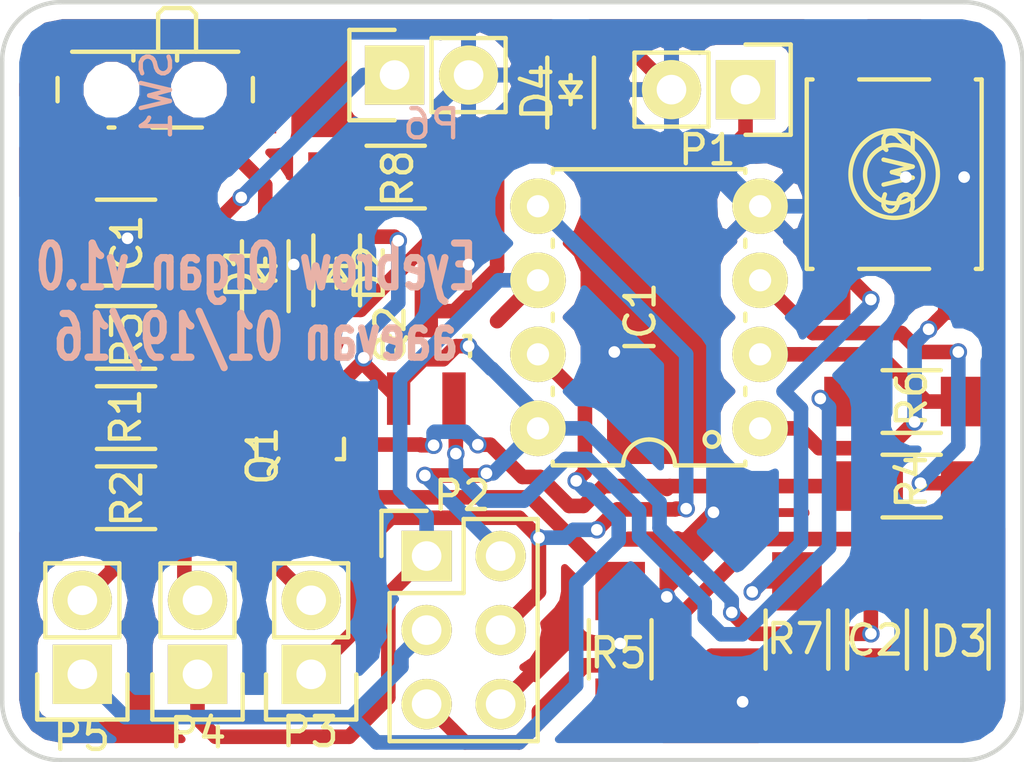
<source format=kicad_pcb>
(kicad_pcb (version 4) (host pcbnew "(2015-11-17 BZR 6321)-product")

  (general
    (links 44)
    (no_connects 1)
    (area 154.924999 91.699999 190.332143 118.135)
    (thickness 1.6)
    (drawings 9)
    (tracks 288)
    (zones 0)
    (modules 25)
    (nets 22)
  )

  (page A4)
  (layers
    (0 F.Cu signal hide)
    (31 B.Cu signal hide)
    (32 B.Adhes user)
    (33 F.Adhes user)
    (34 B.Paste user)
    (35 F.Paste user)
    (36 B.SilkS user)
    (37 F.SilkS user)
    (38 B.Mask user)
    (39 F.Mask user)
    (40 Dwgs.User user)
    (41 Cmts.User user)
    (42 Eco1.User user)
    (43 Eco2.User user)
    (44 Edge.Cuts user)
    (45 Margin user)
    (46 B.CrtYd user)
    (47 F.CrtYd user)
    (48 B.Fab user)
    (49 F.Fab user hide)
  )

  (setup
    (last_trace_width 0.5)
    (trace_clearance 0.2)
    (zone_clearance 0.508)
    (zone_45_only no)
    (trace_min 0.2)
    (segment_width 0.2)
    (edge_width 0.15)
    (via_size 0.6)
    (via_drill 0.4)
    (via_min_size 0.4)
    (via_min_drill 0.3)
    (uvia_size 0.3)
    (uvia_drill 0.1)
    (uvias_allowed no)
    (uvia_min_size 0.2)
    (uvia_min_drill 0.1)
    (pcb_text_width 0.3)
    (pcb_text_size 1.5 1.5)
    (mod_edge_width 0.15)
    (mod_text_size 1 1)
    (mod_text_width 0.15)
    (pad_size 1.524 1.524)
    (pad_drill 0.762)
    (pad_to_mask_clearance 0.2)
    (aux_axis_origin 0 0)
    (visible_elements FFFFFF7F)
    (pcbplotparams
      (layerselection 0x010f0_80000001)
      (usegerberextensions true)
      (excludeedgelayer true)
      (linewidth 0.100000)
      (plotframeref false)
      (viasonmask false)
      (mode 1)
      (useauxorigin false)
      (hpglpennumber 1)
      (hpglpenspeed 20)
      (hpglpendiameter 15)
      (hpglpenoverlay 2)
      (psnegative false)
      (psa4output false)
      (plotreference true)
      (plotvalue true)
      (plotinvisibletext false)
      (padsonsilk false)
      (subtractmaskfromsilk false)
      (outputformat 1)
      (mirror false)
      (drillshape 0)
      (scaleselection 1)
      (outputdirectory ""))
  )

  (net 0 "")
  (net 1 GND)
  (net 2 VCC)
  (net 3 "Net-(D1-Pad1)")
  (net 4 "Net-(D1-Pad2)")
  (net 5 "Net-(D3-Pad2)")
  (net 6 "Net-(D4-Pad1)")
  (net 7 "Net-(IC1-Pad1)")
  (net 8 "Net-(IC1-Pad2)")
  (net 9 "Net-(IC1-Pad3)")
  (net 10 "Net-(IC1-Pad5)")
  (net 11 "Net-(IC1-Pad6)")
  (net 12 "Net-(IC1-Pad7)")
  (net 13 "Net-(P3-Pad2)")
  (net 14 "Net-(P4-Pad2)")
  (net 15 "Net-(P5-Pad2)")
  (net 16 "Net-(Q1-Pad2)")
  (net 17 "Net-(Q1-Pad3)")
  (net 18 "Net-(Q2-Pad2)")
  (net 19 "Net-(R7-Pad2)")
  (net 20 "Net-(SW1-Pad3)")
  (net 21 "Net-(C1-Pad1)")

  (net_class Default "This is the default net class."
    (clearance 0.2)
    (trace_width 0.5)
    (via_dia 0.6)
    (via_drill 0.4)
    (uvia_dia 0.3)
    (uvia_drill 0.1)
    (add_net GND)
    (add_net "Net-(C1-Pad1)")
    (add_net "Net-(D1-Pad1)")
    (add_net "Net-(D1-Pad2)")
    (add_net "Net-(D3-Pad2)")
    (add_net "Net-(D4-Pad1)")
    (add_net "Net-(IC1-Pad1)")
    (add_net "Net-(IC1-Pad2)")
    (add_net "Net-(IC1-Pad3)")
    (add_net "Net-(IC1-Pad5)")
    (add_net "Net-(IC1-Pad6)")
    (add_net "Net-(IC1-Pad7)")
    (add_net "Net-(P3-Pad2)")
    (add_net "Net-(P4-Pad2)")
    (add_net "Net-(P5-Pad2)")
    (add_net "Net-(Q1-Pad2)")
    (add_net "Net-(Q1-Pad3)")
    (add_net "Net-(Q2-Pad2)")
    (add_net "Net-(R7-Pad2)")
    (add_net "Net-(SW1-Pad3)")
    (add_net VCC)
  )

  (module TO_SOT_Packages_SMD:SOT-23_Handsoldering (layer F.Cu) (tedit 56969E65) (tstamp 569060C0)
    (at 169.55 104.09886)
    (descr "SOT-23, Handsoldering")
    (tags SOT-23)
    (path /5686AF49)
    (attr smd)
    (fp_text reference Q2 (at -1.24 -0.69886 90) (layer F.SilkS)
      (effects (font (size 1 1) (thickness 0.15)))
    )
    (fp_text value " " (at 1.2 -2.34886 90) (layer F.Fab)
      (effects (font (size 1 1) (thickness 0.15)))
    )
    (fp_line (start -1.49982 0.0508) (end -1.49982 -0.65024) (layer F.SilkS) (width 0.15))
    (fp_line (start -1.49982 -0.65024) (end -1.2509 -0.65024) (layer F.SilkS) (width 0.15))
    (fp_line (start 1.29916 -0.65024) (end 1.49982 -0.65024) (layer F.SilkS) (width 0.15))
    (fp_line (start 1.49982 -0.65024) (end 1.49982 0.0508) (layer F.SilkS) (width 0.15))
    (pad 1 smd rect (at -0.95 1.50114) (size 0.8001 1.80086) (layers F.Cu F.Paste F.Mask)
      (net 2 VCC))
    (pad 2 smd rect (at 0.95 1.50114) (size 0.8001 1.80086) (layers F.Cu F.Paste F.Mask)
      (net 18 "Net-(Q2-Pad2)"))
    (pad 3 smd rect (at 0 -1.50114) (size 0.8001 1.80086) (layers F.Cu F.Paste F.Mask)
      (net 6 "Net-(D4-Pad1)"))
    (model TO_SOT_Packages_SMD.3dshapes/SOT-23_Handsoldering.wrl
      (at (xyz 0 0 0))
      (scale (xyz 1 1 1))
      (rotate (xyz 0 0 0))
    )
  )

  (module Capacitors_SMD:C_1210_HandSoldering (layer F.Cu) (tedit 541A9C39) (tstamp 56906066)
    (at 159.25 100.25 180)
    (descr "Capacitor SMD 1210, hand soldering")
    (tags "capacitor 1210")
    (path /5686A7FC)
    (attr smd)
    (fp_text reference C1 (at -0.03 -0.01 450) (layer F.SilkS)
      (effects (font (size 1 1) (thickness 0.15)))
    )
    (fp_text value 22uF (at 0 0 270) (layer F.Fab)
      (effects (font (size 1 1) (thickness 0.15)))
    )
    (fp_line (start -3.3 -1.6) (end 3.3 -1.6) (layer F.CrtYd) (width 0.05))
    (fp_line (start -3.3 1.6) (end 3.3 1.6) (layer F.CrtYd) (width 0.05))
    (fp_line (start -3.3 -1.6) (end -3.3 1.6) (layer F.CrtYd) (width 0.05))
    (fp_line (start 3.3 -1.6) (end 3.3 1.6) (layer F.CrtYd) (width 0.05))
    (fp_line (start 1 -1.475) (end -1 -1.475) (layer F.SilkS) (width 0.15))
    (fp_line (start -1 1.475) (end 1 1.475) (layer F.SilkS) (width 0.15))
    (pad 1 smd rect (at -2 0 180) (size 2 2.5) (layers F.Cu F.Paste F.Mask)
      (net 21 "Net-(C1-Pad1)"))
    (pad 2 smd rect (at 2 0 180) (size 2 2.5) (layers F.Cu F.Paste F.Mask)
      (net 1 GND))
    (model Capacitors_SMD.3dshapes/C_1210_HandSoldering.wrl
      (at (xyz 0 0 0))
      (scale (xyz 1 1 1))
      (rotate (xyz 0 0 0))
    )
  )

  (module Capacitors_SMD:C_1206_HandSoldering (layer F.Cu) (tedit 56969E27) (tstamp 5690606C)
    (at 185.014214 113.867358 270)
    (descr "Capacitor SMD 1206, hand soldering")
    (tags "capacitor 1206")
    (path /5690153E)
    (attr smd)
    (fp_text reference C2 (at 0.022642 0.074214 360) (layer F.SilkS)
      (effects (font (size 1 1) (thickness 0.15)))
    )
    (fp_text value .1uF (at 0 3.014214 360) (layer F.Fab)
      (effects (font (size 1 1) (thickness 0.15)))
    )
    (fp_line (start -3.3 -1.15) (end 3.3 -1.15) (layer F.CrtYd) (width 0.05))
    (fp_line (start -3.3 1.15) (end 3.3 1.15) (layer F.CrtYd) (width 0.05))
    (fp_line (start -3.3 -1.15) (end -3.3 1.15) (layer F.CrtYd) (width 0.05))
    (fp_line (start 3.3 -1.15) (end 3.3 1.15) (layer F.CrtYd) (width 0.05))
    (fp_line (start 1 -1.025) (end -1 -1.025) (layer F.SilkS) (width 0.15))
    (fp_line (start -1 1.025) (end 1 1.025) (layer F.SilkS) (width 0.15))
    (pad 1 smd rect (at -2 0 270) (size 2 1.6) (layers F.Cu F.Paste F.Mask)
      (net 2 VCC))
    (pad 2 smd rect (at 2 0 270) (size 2 1.6) (layers F.Cu F.Paste F.Mask)
      (net 1 GND))
    (model Capacitors_SMD.3dshapes/C_1206_HandSoldering.wrl
      (at (xyz 0 0 0))
      (scale (xyz 1 1 1))
      (rotate (xyz 0 0 0))
    )
  )

  (module aaevan_footprints:SOD-323_handsoldering (layer F.Cu) (tedit 56969F7F) (tstamp 56906072)
    (at 164.025 101.3 90)
    (descr SOD-323)
    (tags SOD-323)
    (path /5686A6FA)
    (attr smd)
    (fp_text reference D1 (at 0.1 -0.825 90) (layer F.SilkS)
      (effects (font (size 1 1) (thickness 0.15)))
    )
    (fp_text value " " (at 3.1 -0.225 90) (layer F.Fab)
      (effects (font (size 1 1) (thickness 0.15)))
    )
    (fp_line (start 0.25 0) (end 0.5 0) (layer F.SilkS) (width 0.15))
    (fp_line (start -0.25 0) (end -0.5 0) (layer F.SilkS) (width 0.15))
    (fp_line (start -0.25 0) (end 0.25 -0.35) (layer F.SilkS) (width 0.15))
    (fp_line (start 0.25 -0.35) (end 0.25 0.35) (layer F.SilkS) (width 0.15))
    (fp_line (start 0.25 0.35) (end -0.25 0) (layer F.SilkS) (width 0.15))
    (fp_line (start -0.25 -0.35) (end -0.25 0.35) (layer F.SilkS) (width 0.15))
    (fp_line (start -1.5 -0.95) (end 1.5 -0.95) (layer F.CrtYd) (width 0.05))
    (fp_line (start 1.5 -0.95) (end 1.5 0.95) (layer F.CrtYd) (width 0.05))
    (fp_line (start -1.5 0.95) (end 1.5 0.95) (layer F.CrtYd) (width 0.05))
    (fp_line (start -1.5 -0.95) (end -1.5 0.95) (layer F.CrtYd) (width 0.05))
    (fp_line (start -1.3 0.8) (end 1.1 0.8) (layer F.SilkS) (width 0.15))
    (fp_line (start -1.3 -0.8) (end 1.1 -0.8) (layer F.SilkS) (width 0.15))
    (pad 1 smd rect (at -1.255 0 90) (size 1 0.6) (layers F.Cu F.Paste F.Mask)
      (net 3 "Net-(D1-Pad1)"))
    (pad 2 smd rect (at 1.255 0 90) (size 1 0.6) (layers F.Cu F.Paste F.Mask)
      (net 4 "Net-(D1-Pad2)"))
  )

  (module aaevan_footprints:SOD-323_handsoldering (layer F.Cu) (tedit 56969F84) (tstamp 56906078)
    (at 166.475 101.3 270)
    (descr SOD-323)
    (tags SOD-323)
    (path /5686A73C)
    (attr smd)
    (fp_text reference D2 (at 0 -1.125 270) (layer F.SilkS)
      (effects (font (size 1 1) (thickness 0.15)))
    )
    (fp_text value "" (at 0.1 1.9 270) (layer F.Fab)
      (effects (font (size 1 1) (thickness 0.15)))
    )
    (fp_line (start 0.25 0) (end 0.5 0) (layer F.SilkS) (width 0.15))
    (fp_line (start -0.25 0) (end -0.5 0) (layer F.SilkS) (width 0.15))
    (fp_line (start -0.25 0) (end 0.25 -0.35) (layer F.SilkS) (width 0.15))
    (fp_line (start 0.25 -0.35) (end 0.25 0.35) (layer F.SilkS) (width 0.15))
    (fp_line (start 0.25 0.35) (end -0.25 0) (layer F.SilkS) (width 0.15))
    (fp_line (start -0.25 -0.35) (end -0.25 0.35) (layer F.SilkS) (width 0.15))
    (fp_line (start -1.5 -0.95) (end 1.5 -0.95) (layer F.CrtYd) (width 0.05))
    (fp_line (start 1.5 -0.95) (end 1.5 0.95) (layer F.CrtYd) (width 0.05))
    (fp_line (start -1.5 0.95) (end 1.5 0.95) (layer F.CrtYd) (width 0.05))
    (fp_line (start -1.5 -0.95) (end -1.5 0.95) (layer F.CrtYd) (width 0.05))
    (fp_line (start -1.3 0.8) (end 1.1 0.8) (layer F.SilkS) (width 0.15))
    (fp_line (start -1.3 -0.8) (end 1.1 -0.8) (layer F.SilkS) (width 0.15))
    (pad 1 smd rect (at -1.255 0 270) (size 1 0.6) (layers F.Cu F.Paste F.Mask)
      (net 2 VCC))
    (pad 2 smd rect (at 1.255 0 270) (size 1 0.6) (layers F.Cu F.Paste F.Mask)
      (net 3 "Net-(D1-Pad1)"))
  )

  (module Resistors_SMD:R_1206_HandSoldering (layer F.Cu) (tedit 5418A20D) (tstamp 5690607E)
    (at 187.764214 113.867358 90)
    (descr "Resistor SMD 1206, hand soldering")
    (tags "resistor 1206")
    (path /5686D597)
    (attr smd)
    (fp_text reference D3 (at -0.062642 0.055786 180) (layer F.SilkS)
      (effects (font (size 1 1) (thickness 0.15)))
    )
    (fp_text value LED (at 0 -0.264214 180) (layer F.Fab)
      (effects (font (size 1 1) (thickness 0.15)))
    )
    (fp_line (start -3.3 -1.2) (end 3.3 -1.2) (layer F.CrtYd) (width 0.05))
    (fp_line (start -3.3 1.2) (end 3.3 1.2) (layer F.CrtYd) (width 0.05))
    (fp_line (start -3.3 -1.2) (end -3.3 1.2) (layer F.CrtYd) (width 0.05))
    (fp_line (start 3.3 -1.2) (end 3.3 1.2) (layer F.CrtYd) (width 0.05))
    (fp_line (start 1 1.075) (end -1 1.075) (layer F.SilkS) (width 0.15))
    (fp_line (start -1 -1.075) (end 1 -1.075) (layer F.SilkS) (width 0.15))
    (pad 1 smd rect (at -2 0 90) (size 2 1.7) (layers F.Cu F.Paste F.Mask)
      (net 1 GND))
    (pad 2 smd rect (at 2 0 90) (size 2 1.7) (layers F.Cu F.Paste F.Mask)
      (net 5 "Net-(D3-Pad2)"))
    (model Resistors_SMD.3dshapes/R_1206_HandSoldering.wrl
      (at (xyz 0 0 0))
      (scale (xyz 1 1 1))
      (rotate (xyz 0 0 0))
    )
  )

  (module aaevan_footprints:SOD-323_handsoldering (layer F.Cu) (tedit 565DD94D) (tstamp 56906084)
    (at 174.5 95 90)
    (descr SOD-323)
    (tags SOD-323)
    (path /5686C83C)
    (attr smd)
    (fp_text reference D4 (at -0.08 -1.15 270) (layer F.SilkS)
      (effects (font (size 1 1) (thickness 0.15)))
    )
    (fp_text value D (at 0 0 90) (layer F.Fab)
      (effects (font (size 1 1) (thickness 0.15)))
    )
    (fp_line (start 0.25 0) (end 0.5 0) (layer F.SilkS) (width 0.15))
    (fp_line (start -0.25 0) (end -0.5 0) (layer F.SilkS) (width 0.15))
    (fp_line (start -0.25 0) (end 0.25 -0.35) (layer F.SilkS) (width 0.15))
    (fp_line (start 0.25 -0.35) (end 0.25 0.35) (layer F.SilkS) (width 0.15))
    (fp_line (start 0.25 0.35) (end -0.25 0) (layer F.SilkS) (width 0.15))
    (fp_line (start -0.25 -0.35) (end -0.25 0.35) (layer F.SilkS) (width 0.15))
    (fp_line (start -1.5 -0.95) (end 1.5 -0.95) (layer F.CrtYd) (width 0.05))
    (fp_line (start 1.5 -0.95) (end 1.5 0.95) (layer F.CrtYd) (width 0.05))
    (fp_line (start -1.5 0.95) (end 1.5 0.95) (layer F.CrtYd) (width 0.05))
    (fp_line (start -1.5 -0.95) (end -1.5 0.95) (layer F.CrtYd) (width 0.05))
    (fp_line (start -1.3 0.8) (end 1.1 0.8) (layer F.SilkS) (width 0.15))
    (fp_line (start -1.3 -0.8) (end 1.1 -0.8) (layer F.SilkS) (width 0.15))
    (pad 1 smd rect (at -1.255 0 90) (size 1 0.6) (layers F.Cu F.Paste F.Mask)
      (net 6 "Net-(D4-Pad1)"))
    (pad 2 smd rect (at 1.255 0 90) (size 1 0.6) (layers F.Cu F.Paste F.Mask)
      (net 1 GND))
  )

  (module Power_Integrations:PDIP-8 (layer F.Cu) (tedit 0) (tstamp 56906090)
    (at 177.19 102.81 90)
    (descr "PDIP-8 Standard 300mil 8pin Dual In Line Package")
    (tags "Power Integrations P Package")
    (path /56869A90)
    (fp_text reference IC1 (at -0.01 -0.3 90) (layer F.SilkS)
      (effects (font (size 1 1) (thickness 0.15)))
    )
    (fp_text value ATTINY85-P (at 0.56 0.06 90) (layer F.Fab)
      (effects (font (size 1 1) (thickness 0.15)))
    )
    (fp_line (start -5.08 0.889) (end -5.08 3.302) (layer F.SilkS) (width 0.15))
    (fp_line (start -5.08 -0.889) (end -5.08 -3.302) (layer F.SilkS) (width 0.15))
    (fp_arc (start -5.08 0) (end -4.191 0) (angle 90) (layer F.SilkS) (width 0.15))
    (fp_arc (start -5.08 0) (end -5.08 -0.889) (angle 90) (layer F.SilkS) (width 0.15))
    (fp_circle (center -4.191 2.159) (end -3.937 2.159) (layer F.SilkS) (width 0.15))
    (fp_line (start 5.08 3.302) (end 4.953 3.302) (layer F.SilkS) (width 0.15))
    (fp_line (start 2.413 3.302) (end 2.667 3.302) (layer F.SilkS) (width 0.15))
    (fp_line (start -0.127 3.302) (end 0.127 3.302) (layer F.SilkS) (width 0.15))
    (fp_line (start -2.667 3.302) (end -2.413 3.302) (layer F.SilkS) (width 0.15))
    (fp_line (start -5.08 3.302) (end -4.953 3.302) (layer F.SilkS) (width 0.15))
    (fp_line (start -5.08 -3.302) (end -4.953 -3.302) (layer F.SilkS) (width 0.15))
    (fp_line (start 5.08 -3.302) (end 4.953 -3.302) (layer F.SilkS) (width 0.15))
    (fp_line (start 2.413 -3.302) (end 2.667 -3.302) (layer F.SilkS) (width 0.15))
    (fp_line (start -0.127 -3.302) (end 0.127 -3.302) (layer F.SilkS) (width 0.15))
    (fp_line (start -2.667 -3.302) (end -2.413 -3.302) (layer F.SilkS) (width 0.15))
    (fp_line (start 5.08 3.302) (end 5.08 -3.302) (layer F.SilkS) (width 0.15))
    (pad 1 thru_hole circle (at -3.81 3.81 90) (size 1.905 1.905) (drill 0.762) (layers *.Cu *.Mask F.SilkS)
      (net 7 "Net-(IC1-Pad1)"))
    (pad 2 thru_hole circle (at -1.27 3.81 90) (size 1.905 1.905) (drill 0.762) (layers *.Cu *.Mask F.SilkS)
      (net 8 "Net-(IC1-Pad2)"))
    (pad 3 thru_hole circle (at 1.27 3.81 90) (size 1.905 1.905) (drill 0.762) (layers *.Cu *.Mask F.SilkS)
      (net 9 "Net-(IC1-Pad3)"))
    (pad 4 thru_hole circle (at 3.81 3.81 90) (size 1.905 1.905) (drill 0.762) (layers *.Cu *.Mask F.SilkS)
      (net 1 GND))
    (pad 5 thru_hole circle (at 3.81 -3.81 90) (size 1.905 1.905) (drill 0.762) (layers *.Cu *.Mask F.SilkS)
      (net 10 "Net-(IC1-Pad5)"))
    (pad 6 thru_hole circle (at 1.27 -3.81 90) (size 1.905 1.905) (drill 0.762) (layers *.Cu *.Mask F.SilkS)
      (net 11 "Net-(IC1-Pad6)"))
    (pad 7 thru_hole circle (at -1.27 -3.81 90) (size 1.905 1.905) (drill 0.762) (layers *.Cu *.Mask F.SilkS)
      (net 12 "Net-(IC1-Pad7)"))
    (pad 8 thru_hole circle (at -3.81 -3.81 90) (size 1.905 1.905) (drill 0.762) (layers *.Cu *.Mask F.SilkS)
      (net 2 VCC))
  )

  (module Pin_Headers:Pin_Header_Straight_1x02 (layer F.Cu) (tedit 54EA090C) (tstamp 56906096)
    (at 180.5 95 270)
    (descr "Through hole pin header")
    (tags "pin header")
    (path /568C98D3)
    (fp_text reference P1 (at 2.07 1.31 360) (layer F.SilkS)
      (effects (font (size 1 1) (thickness 0.15)))
    )
    (fp_text value OUTPUT (at 2.1 1.3 360) (layer F.Fab)
      (effects (font (size 1 1) (thickness 0.15)))
    )
    (fp_line (start 1.27 1.27) (end 1.27 3.81) (layer F.SilkS) (width 0.15))
    (fp_line (start 1.55 -1.55) (end 1.55 0) (layer F.SilkS) (width 0.15))
    (fp_line (start -1.75 -1.75) (end -1.75 4.3) (layer F.CrtYd) (width 0.05))
    (fp_line (start 1.75 -1.75) (end 1.75 4.3) (layer F.CrtYd) (width 0.05))
    (fp_line (start -1.75 -1.75) (end 1.75 -1.75) (layer F.CrtYd) (width 0.05))
    (fp_line (start -1.75 4.3) (end 1.75 4.3) (layer F.CrtYd) (width 0.05))
    (fp_line (start 1.27 1.27) (end -1.27 1.27) (layer F.SilkS) (width 0.15))
    (fp_line (start -1.55 0) (end -1.55 -1.55) (layer F.SilkS) (width 0.15))
    (fp_line (start -1.55 -1.55) (end 1.55 -1.55) (layer F.SilkS) (width 0.15))
    (fp_line (start -1.27 1.27) (end -1.27 3.81) (layer F.SilkS) (width 0.15))
    (fp_line (start -1.27 3.81) (end 1.27 3.81) (layer F.SilkS) (width 0.15))
    (pad 1 thru_hole rect (at 0 0 270) (size 2.032 2.032) (drill 1.016) (layers *.Cu *.Mask F.SilkS)
      (net 6 "Net-(D4-Pad1)"))
    (pad 2 thru_hole oval (at 0 2.54 270) (size 2.032 2.032) (drill 1.016) (layers *.Cu *.Mask F.SilkS)
      (net 1 GND))
    (model Pin_Headers.3dshapes/Pin_Header_Straight_1x02.wrl
      (at (xyz 0 -0.05 0))
      (scale (xyz 1 1 1))
      (rotate (xyz 0 0 90))
    )
  )

  (module Pin_Headers:Pin_Header_Straight_2x03 (layer F.Cu) (tedit 56969E82) (tstamp 569060A0)
    (at 169.56 111)
    (descr "Through hole pin header")
    (tags "pin header")
    (path /56869D53)
    (fp_text reference P2 (at 1.22 -2.07) (layer F.SilkS)
      (effects (font (size 1 1) (thickness 0.15)))
    )
    (fp_text value PROG (at 1.19 -2.5) (layer B.Fab)
      (effects (font (size 1 1) (thickness 0.15)) (justify mirror))
    )
    (fp_line (start -1.27 1.27) (end -1.27 6.35) (layer F.SilkS) (width 0.15))
    (fp_line (start -1.55 -1.55) (end 0 -1.55) (layer F.SilkS) (width 0.15))
    (fp_line (start -1.75 -1.75) (end -1.75 6.85) (layer F.CrtYd) (width 0.05))
    (fp_line (start 4.3 -1.75) (end 4.3 6.85) (layer F.CrtYd) (width 0.05))
    (fp_line (start -1.75 -1.75) (end 4.3 -1.75) (layer F.CrtYd) (width 0.05))
    (fp_line (start -1.75 6.85) (end 4.3 6.85) (layer F.CrtYd) (width 0.05))
    (fp_line (start 1.27 -1.27) (end 1.27 1.27) (layer F.SilkS) (width 0.15))
    (fp_line (start 1.27 1.27) (end -1.27 1.27) (layer F.SilkS) (width 0.15))
    (fp_line (start -1.27 6.35) (end 3.81 6.35) (layer F.SilkS) (width 0.15))
    (fp_line (start 3.81 6.35) (end 3.81 1.27) (layer F.SilkS) (width 0.15))
    (fp_line (start -1.55 -1.55) (end -1.55 0) (layer F.SilkS) (width 0.15))
    (fp_line (start 3.81 -1.27) (end 1.27 -1.27) (layer F.SilkS) (width 0.15))
    (fp_line (start 3.81 1.27) (end 3.81 -1.27) (layer F.SilkS) (width 0.15))
    (pad 1 thru_hole rect (at 0 0) (size 1.7272 1.7272) (drill 1.016) (layers *.Cu *.Mask F.SilkS)
      (net 11 "Net-(IC1-Pad6)"))
    (pad 2 thru_hole oval (at 2.54 0) (size 1.7272 1.7272) (drill 1.016) (layers *.Cu *.Mask F.SilkS)
      (net 2 VCC))
    (pad 3 thru_hole oval (at 0 2.54) (size 1.7272 1.7272) (drill 1.016) (layers *.Cu *.Mask F.SilkS)
      (net 12 "Net-(IC1-Pad7)"))
    (pad 4 thru_hole oval (at 2.54 2.54) (size 1.7272 1.7272) (drill 1.016) (layers *.Cu *.Mask F.SilkS)
      (net 10 "Net-(IC1-Pad5)"))
    (pad 5 thru_hole oval (at 0 5.08) (size 1.7272 1.7272) (drill 1.016) (layers *.Cu *.Mask F.SilkS)
      (net 7 "Net-(IC1-Pad1)"))
    (pad 6 thru_hole oval (at 2.54 5.08) (size 1.7272 1.7272) (drill 1.016) (layers *.Cu *.Mask F.SilkS)
      (net 1 GND))
    (model Pin_Headers.3dshapes/Pin_Header_Straight_2x03.wrl
      (at (xyz 0.05 -0.1 0))
      (scale (xyz 1 1 1))
      (rotate (xyz 0 0 90))
    )
  )

  (module Pin_Headers:Pin_Header_Straight_1x02 (layer F.Cu) (tedit 54EA090C) (tstamp 569060A6)
    (at 165.6 115.058273 180)
    (descr "Through hole pin header")
    (tags "pin header")
    (path /568CB05F)
    (fp_text reference P3 (at 0.04 -1.971727 180) (layer F.SilkS)
      (effects (font (size 1 1) (thickness 0.15)))
    )
    (fp_text value LEFT (at 0 6.058273 450) (layer B.Fab)
      (effects (font (size 1 1) (thickness 0.15)) (justify mirror))
    )
    (fp_line (start 1.27 1.27) (end 1.27 3.81) (layer F.SilkS) (width 0.15))
    (fp_line (start 1.55 -1.55) (end 1.55 0) (layer F.SilkS) (width 0.15))
    (fp_line (start -1.75 -1.75) (end -1.75 4.3) (layer F.CrtYd) (width 0.05))
    (fp_line (start 1.75 -1.75) (end 1.75 4.3) (layer F.CrtYd) (width 0.05))
    (fp_line (start -1.75 -1.75) (end 1.75 -1.75) (layer F.CrtYd) (width 0.05))
    (fp_line (start -1.75 4.3) (end 1.75 4.3) (layer F.CrtYd) (width 0.05))
    (fp_line (start 1.27 1.27) (end -1.27 1.27) (layer F.SilkS) (width 0.15))
    (fp_line (start -1.55 0) (end -1.55 -1.55) (layer F.SilkS) (width 0.15))
    (fp_line (start -1.55 -1.55) (end 1.55 -1.55) (layer F.SilkS) (width 0.15))
    (fp_line (start -1.27 1.27) (end -1.27 3.81) (layer F.SilkS) (width 0.15))
    (fp_line (start -1.27 3.81) (end 1.27 3.81) (layer F.SilkS) (width 0.15))
    (pad 1 thru_hole rect (at 0 0 180) (size 2.032 2.032) (drill 1.016) (layers *.Cu *.Mask F.SilkS)
      (net 10 "Net-(IC1-Pad5)"))
    (pad 2 thru_hole oval (at 0 2.54 180) (size 2.032 2.032) (drill 1.016) (layers *.Cu *.Mask F.SilkS)
      (net 13 "Net-(P3-Pad2)"))
    (model Pin_Headers.3dshapes/Pin_Header_Straight_1x02.wrl
      (at (xyz 0 -0.05 0))
      (scale (xyz 1 1 1))
      (rotate (xyz 0 0 90))
    )
  )

  (module Pin_Headers:Pin_Header_Straight_1x02 (layer F.Cu) (tedit 54EA090C) (tstamp 569060AC)
    (at 161.7 115.058273 180)
    (descr "Through hole pin header")
    (tags "pin header")
    (path /568CAF48)
    (fp_text reference P4 (at -0.01 -2.011727 180) (layer F.SilkS)
      (effects (font (size 1 1) (thickness 0.15)))
    )
    (fp_text value MIDDLE (at 0 7.058273 450) (layer B.Fab)
      (effects (font (size 1 1) (thickness 0.15)) (justify mirror))
    )
    (fp_line (start 1.27 1.27) (end 1.27 3.81) (layer F.SilkS) (width 0.15))
    (fp_line (start 1.55 -1.55) (end 1.55 0) (layer F.SilkS) (width 0.15))
    (fp_line (start -1.75 -1.75) (end -1.75 4.3) (layer F.CrtYd) (width 0.05))
    (fp_line (start 1.75 -1.75) (end 1.75 4.3) (layer F.CrtYd) (width 0.05))
    (fp_line (start -1.75 -1.75) (end 1.75 -1.75) (layer F.CrtYd) (width 0.05))
    (fp_line (start -1.75 4.3) (end 1.75 4.3) (layer F.CrtYd) (width 0.05))
    (fp_line (start 1.27 1.27) (end -1.27 1.27) (layer F.SilkS) (width 0.15))
    (fp_line (start -1.55 0) (end -1.55 -1.55) (layer F.SilkS) (width 0.15))
    (fp_line (start -1.55 -1.55) (end 1.55 -1.55) (layer F.SilkS) (width 0.15))
    (fp_line (start -1.27 1.27) (end -1.27 3.81) (layer F.SilkS) (width 0.15))
    (fp_line (start -1.27 3.81) (end 1.27 3.81) (layer F.SilkS) (width 0.15))
    (pad 1 thru_hole rect (at 0 0 180) (size 2.032 2.032) (drill 1.016) (layers *.Cu *.Mask F.SilkS)
      (net 11 "Net-(IC1-Pad6)"))
    (pad 2 thru_hole oval (at 0 2.54 180) (size 2.032 2.032) (drill 1.016) (layers *.Cu *.Mask F.SilkS)
      (net 14 "Net-(P4-Pad2)"))
    (model Pin_Headers.3dshapes/Pin_Header_Straight_1x02.wrl
      (at (xyz 0 -0.05 0))
      (scale (xyz 1 1 1))
      (rotate (xyz 0 0 90))
    )
  )

  (module Pin_Headers:Pin_Header_Straight_1x02 (layer F.Cu) (tedit 54EA090C) (tstamp 569060B2)
    (at 157.75 115.058273 180)
    (descr "Through hole pin header")
    (tags "pin header")
    (path /568CB0DF)
    (fp_text reference P5 (at 0.02 -2.101727 180) (layer F.SilkS)
      (effects (font (size 1 1) (thickness 0.15)))
    )
    (fp_text value RIGHT (at 0 6.558273 450) (layer B.Fab)
      (effects (font (size 1 1) (thickness 0.15)) (justify mirror))
    )
    (fp_line (start 1.27 1.27) (end 1.27 3.81) (layer F.SilkS) (width 0.15))
    (fp_line (start 1.55 -1.55) (end 1.55 0) (layer F.SilkS) (width 0.15))
    (fp_line (start -1.75 -1.75) (end -1.75 4.3) (layer F.CrtYd) (width 0.05))
    (fp_line (start 1.75 -1.75) (end 1.75 4.3) (layer F.CrtYd) (width 0.05))
    (fp_line (start -1.75 -1.75) (end 1.75 -1.75) (layer F.CrtYd) (width 0.05))
    (fp_line (start -1.75 4.3) (end 1.75 4.3) (layer F.CrtYd) (width 0.05))
    (fp_line (start 1.27 1.27) (end -1.27 1.27) (layer F.SilkS) (width 0.15))
    (fp_line (start -1.55 0) (end -1.55 -1.55) (layer F.SilkS) (width 0.15))
    (fp_line (start -1.55 -1.55) (end 1.55 -1.55) (layer F.SilkS) (width 0.15))
    (fp_line (start -1.27 1.27) (end -1.27 3.81) (layer F.SilkS) (width 0.15))
    (fp_line (start -1.27 3.81) (end 1.27 3.81) (layer F.SilkS) (width 0.15))
    (pad 1 thru_hole rect (at 0 0 180) (size 2.032 2.032) (drill 1.016) (layers *.Cu *.Mask F.SilkS)
      (net 12 "Net-(IC1-Pad7)"))
    (pad 2 thru_hole oval (at 0 2.54 180) (size 2.032 2.032) (drill 1.016) (layers *.Cu *.Mask F.SilkS)
      (net 15 "Net-(P5-Pad2)"))
    (model Pin_Headers.3dshapes/Pin_Header_Straight_1x02.wrl
      (at (xyz 0 -0.05 0))
      (scale (xyz 1 1 1))
      (rotate (xyz 0 0 90))
    )
  )

  (module TO_SOT_Packages_SMD:SOT-23_Handsoldering (layer F.Cu) (tedit 56969E6D) (tstamp 569060B9)
    (at 165.225 107.025 180)
    (descr "SOT-23, Handsoldering")
    (tags SOT-23)
    (path /568C8AD4)
    (attr smd)
    (fp_text reference Q1 (at 1.295 -0.535 450) (layer F.SilkS)
      (effects (font (size 1 1) (thickness 0.15)))
    )
    (fp_text value " " (at 0 3.81 180) (layer F.Fab)
      (effects (font (size 1 1) (thickness 0.15)))
    )
    (fp_line (start -1.49982 0.0508) (end -1.49982 -0.65024) (layer F.SilkS) (width 0.15))
    (fp_line (start -1.49982 -0.65024) (end -1.2509 -0.65024) (layer F.SilkS) (width 0.15))
    (fp_line (start 1.29916 -0.65024) (end 1.49982 -0.65024) (layer F.SilkS) (width 0.15))
    (fp_line (start 1.49982 -0.65024) (end 1.49982 0.0508) (layer F.SilkS) (width 0.15))
    (pad 1 smd rect (at -0.95 1.50114 180) (size 0.8001 1.80086) (layers F.Cu F.Paste F.Mask)
      (net 2 VCC))
    (pad 2 smd rect (at 0.95 1.50114 180) (size 0.8001 1.80086) (layers F.Cu F.Paste F.Mask)
      (net 16 "Net-(Q1-Pad2)"))
    (pad 3 smd rect (at 0 -1.50114 180) (size 0.8001 1.80086) (layers F.Cu F.Paste F.Mask)
      (net 17 "Net-(Q1-Pad3)"))
    (model TO_SOT_Packages_SMD.3dshapes/SOT-23_Handsoldering.wrl
      (at (xyz 0 0 0))
      (scale (xyz 1 1 1))
      (rotate (xyz 0 0 0))
    )
  )

  (module Resistors_SMD:R_1206_HandSoldering (layer F.Cu) (tedit 5418A20D) (tstamp 569060C6)
    (at 159.25 106.25 180)
    (descr "Resistor SMD 1206, hand soldering")
    (tags "resistor 1206")
    (path /5686979B)
    (attr smd)
    (fp_text reference R1 (at 0.01 0.02 270) (layer F.SilkS)
      (effects (font (size 1 1) (thickness 0.15)))
    )
    (fp_text value 10k (at 0.05 0.05 270) (layer F.Fab)
      (effects (font (size 1 1) (thickness 0.15)))
    )
    (fp_line (start -3.3 -1.2) (end 3.3 -1.2) (layer F.CrtYd) (width 0.05))
    (fp_line (start -3.3 1.2) (end 3.3 1.2) (layer F.CrtYd) (width 0.05))
    (fp_line (start -3.3 -1.2) (end -3.3 1.2) (layer F.CrtYd) (width 0.05))
    (fp_line (start 3.3 -1.2) (end 3.3 1.2) (layer F.CrtYd) (width 0.05))
    (fp_line (start 1 1.075) (end -1 1.075) (layer F.SilkS) (width 0.15))
    (fp_line (start -1 -1.075) (end 1 -1.075) (layer F.SilkS) (width 0.15))
    (pad 1 smd rect (at -2 0 180) (size 2 1.7) (layers F.Cu F.Paste F.Mask)
      (net 15 "Net-(P5-Pad2)"))
    (pad 2 smd rect (at 2 0 180) (size 2 1.7) (layers F.Cu F.Paste F.Mask)
      (net 1 GND))
    (model Resistors_SMD.3dshapes/R_1206_HandSoldering.wrl
      (at (xyz 0 0 0))
      (scale (xyz 1 1 1))
      (rotate (xyz 0 0 0))
    )
  )

  (module Resistors_SMD:R_1206_HandSoldering (layer F.Cu) (tedit 5418A20D) (tstamp 569060CC)
    (at 159.25 109 180)
    (descr "Resistor SMD 1206, hand soldering")
    (tags "resistor 1206")
    (path /568697C8)
    (attr smd)
    (fp_text reference R2 (at -0.03 -0.02 270) (layer F.SilkS)
      (effects (font (size 1 1) (thickness 0.15)))
    )
    (fp_text value 10k (at 0 0 270) (layer F.Fab)
      (effects (font (size 1 1) (thickness 0.15)))
    )
    (fp_line (start -3.3 -1.2) (end 3.3 -1.2) (layer F.CrtYd) (width 0.05))
    (fp_line (start -3.3 1.2) (end 3.3 1.2) (layer F.CrtYd) (width 0.05))
    (fp_line (start -3.3 -1.2) (end -3.3 1.2) (layer F.CrtYd) (width 0.05))
    (fp_line (start 3.3 -1.2) (end 3.3 1.2) (layer F.CrtYd) (width 0.05))
    (fp_line (start 1 1.075) (end -1 1.075) (layer F.SilkS) (width 0.15))
    (fp_line (start -1 -1.075) (end 1 -1.075) (layer F.SilkS) (width 0.15))
    (pad 1 smd rect (at -2 0 180) (size 2 1.7) (layers F.Cu F.Paste F.Mask)
      (net 14 "Net-(P4-Pad2)"))
    (pad 2 smd rect (at 2 0 180) (size 2 1.7) (layers F.Cu F.Paste F.Mask)
      (net 1 GND))
    (model Resistors_SMD.3dshapes/R_1206_HandSoldering.wrl
      (at (xyz 0 0 0))
      (scale (xyz 1 1 1))
      (rotate (xyz 0 0 0))
    )
  )

  (module Resistors_SMD:R_1206_HandSoldering (layer F.Cu) (tedit 5418A20D) (tstamp 569060D2)
    (at 159.25 103.5 180)
    (descr "Resistor SMD 1206, hand soldering")
    (tags "resistor 1206")
    (path /5686980D)
    (attr smd)
    (fp_text reference R3 (at -0.03 -0.08 270) (layer F.SilkS)
      (effects (font (size 1 1) (thickness 0.15)))
    )
    (fp_text value 10k (at 0 -0.1 270) (layer F.Fab)
      (effects (font (size 1 1) (thickness 0.15)))
    )
    (fp_line (start -3.3 -1.2) (end 3.3 -1.2) (layer F.CrtYd) (width 0.05))
    (fp_line (start -3.3 1.2) (end 3.3 1.2) (layer F.CrtYd) (width 0.05))
    (fp_line (start -3.3 -1.2) (end -3.3 1.2) (layer F.CrtYd) (width 0.05))
    (fp_line (start 3.3 -1.2) (end 3.3 1.2) (layer F.CrtYd) (width 0.05))
    (fp_line (start 1 1.075) (end -1 1.075) (layer F.SilkS) (width 0.15))
    (fp_line (start -1 -1.075) (end 1 -1.075) (layer F.SilkS) (width 0.15))
    (pad 1 smd rect (at -2 0 180) (size 2 1.7) (layers F.Cu F.Paste F.Mask)
      (net 13 "Net-(P3-Pad2)"))
    (pad 2 smd rect (at 2 0 180) (size 2 1.7) (layers F.Cu F.Paste F.Mask)
      (net 1 GND))
    (model Resistors_SMD.3dshapes/R_1206_HandSoldering.wrl
      (at (xyz 0 0 0))
      (scale (xyz 1 1 1))
      (rotate (xyz 0 0 0))
    )
  )

  (module Resistors_SMD:R_1206_HandSoldering (layer F.Cu) (tedit 5418A20D) (tstamp 569060D8)
    (at 186.2 108.6 180)
    (descr "Resistor SMD 1206, hand soldering")
    (tags "resistor 1206")
    (path /568C8ADB)
    (attr smd)
    (fp_text reference R4 (at 0 0.2 270) (layer F.SilkS)
      (effects (font (size 1 1) (thickness 0.15)))
    )
    (fp_text value 10k (at -2.5 4.7 180) (layer F.Fab)
      (effects (font (size 1 1) (thickness 0.15)))
    )
    (fp_line (start -3.3 -1.2) (end 3.3 -1.2) (layer F.CrtYd) (width 0.05))
    (fp_line (start -3.3 1.2) (end 3.3 1.2) (layer F.CrtYd) (width 0.05))
    (fp_line (start -3.3 -1.2) (end -3.3 1.2) (layer F.CrtYd) (width 0.05))
    (fp_line (start 3.3 -1.2) (end 3.3 1.2) (layer F.CrtYd) (width 0.05))
    (fp_line (start 1 1.075) (end -1 1.075) (layer F.SilkS) (width 0.15))
    (fp_line (start -1 -1.075) (end 1 -1.075) (layer F.SilkS) (width 0.15))
    (pad 1 smd rect (at -2 0 180) (size 2 1.7) (layers F.Cu F.Paste F.Mask)
      (net 9 "Net-(IC1-Pad3)"))
    (pad 2 smd rect (at 2 0 180) (size 2 1.7) (layers F.Cu F.Paste F.Mask)
      (net 16 "Net-(Q1-Pad2)"))
    (model Resistors_SMD.3dshapes/R_1206_HandSoldering.wrl
      (at (xyz 0 0 0))
      (scale (xyz 1 1 1))
      (rotate (xyz 0 0 0))
    )
  )

  (module Resistors_SMD:R_1206_HandSoldering (layer F.Cu) (tedit 5418A20D) (tstamp 569060DE)
    (at 176.2 114.2 270)
    (descr "Resistor SMD 1206, hand soldering")
    (tags "resistor 1206")
    (path /568C961D)
    (attr smd)
    (fp_text reference R5 (at 0.13 0.06 360) (layer F.SilkS)
      (effects (font (size 1 1) (thickness 0.15)))
    )
    (fp_text value 125 (at 0 0.2 360) (layer F.Fab)
      (effects (font (size 1 1) (thickness 0.15)))
    )
    (fp_line (start -3.3 -1.2) (end 3.3 -1.2) (layer F.CrtYd) (width 0.05))
    (fp_line (start -3.3 1.2) (end 3.3 1.2) (layer F.CrtYd) (width 0.05))
    (fp_line (start -3.3 -1.2) (end -3.3 1.2) (layer F.CrtYd) (width 0.05))
    (fp_line (start 3.3 -1.2) (end 3.3 1.2) (layer F.CrtYd) (width 0.05))
    (fp_line (start 1 1.075) (end -1 1.075) (layer F.SilkS) (width 0.15))
    (fp_line (start -1 -1.075) (end 1 -1.075) (layer F.SilkS) (width 0.15))
    (pad 1 smd rect (at -2 0 270) (size 2 1.7) (layers F.Cu F.Paste F.Mask)
      (net 17 "Net-(Q1-Pad3)"))
    (pad 2 smd rect (at 2 0 270) (size 2 1.7) (layers F.Cu F.Paste F.Mask)
      (net 5 "Net-(D3-Pad2)"))
    (model Resistors_SMD.3dshapes/R_1206_HandSoldering.wrl
      (at (xyz 0 0 0))
      (scale (xyz 1 1 1))
      (rotate (xyz 0 0 0))
    )
  )

  (module Resistors_SMD:R_1206_HandSoldering (layer F.Cu) (tedit 5418A20D) (tstamp 569060E4)
    (at 186.2 105.7 180)
    (descr "Resistor SMD 1206, hand soldering")
    (tags "resistor 1206")
    (path /5686C4E6)
    (attr smd)
    (fp_text reference R6 (at 0 0.1 270) (layer F.SilkS)
      (effects (font (size 1 1) (thickness 0.15)))
    )
    (fp_text value 10k (at 4.1 -3.2 270) (layer F.Fab)
      (effects (font (size 1 1) (thickness 0.15)))
    )
    (fp_line (start -3.3 -1.2) (end 3.3 -1.2) (layer F.CrtYd) (width 0.05))
    (fp_line (start -3.3 1.2) (end 3.3 1.2) (layer F.CrtYd) (width 0.05))
    (fp_line (start -3.3 -1.2) (end -3.3 1.2) (layer F.CrtYd) (width 0.05))
    (fp_line (start 3.3 -1.2) (end 3.3 1.2) (layer F.CrtYd) (width 0.05))
    (fp_line (start 1 1.075) (end -1 1.075) (layer F.SilkS) (width 0.15))
    (fp_line (start -1 -1.075) (end 1 -1.075) (layer F.SilkS) (width 0.15))
    (pad 1 smd rect (at -2 0 180) (size 2 1.7) (layers F.Cu F.Paste F.Mask)
      (net 8 "Net-(IC1-Pad2)"))
    (pad 2 smd rect (at 2 0 180) (size 2 1.7) (layers F.Cu F.Paste F.Mask)
      (net 18 "Net-(Q2-Pad2)"))
    (model Resistors_SMD.3dshapes/R_1206_HandSoldering.wrl
      (at (xyz 0 0 0))
      (scale (xyz 1 1 1))
      (rotate (xyz 0 0 0))
    )
  )

  (module Resistors_SMD:R_1206_HandSoldering (layer F.Cu) (tedit 5418A20D) (tstamp 569060EA)
    (at 182.264214 113.867358 90)
    (descr "Resistor SMD 1206, hand soldering")
    (tags "resistor 1206")
    (path /568CAA72)
    (attr smd)
    (fp_text reference R7 (at 0.027358 -0.064214 180) (layer F.SilkS)
      (effects (font (size 1 1) (thickness 0.15)))
    )
    (fp_text value 10k (at 0 2.735786 180) (layer F.Fab)
      (effects (font (size 1 1) (thickness 0.15)))
    )
    (fp_line (start -3.3 -1.2) (end 3.3 -1.2) (layer F.CrtYd) (width 0.05))
    (fp_line (start -3.3 1.2) (end 3.3 1.2) (layer F.CrtYd) (width 0.05))
    (fp_line (start -3.3 -1.2) (end -3.3 1.2) (layer F.CrtYd) (width 0.05))
    (fp_line (start 3.3 -1.2) (end 3.3 1.2) (layer F.CrtYd) (width 0.05))
    (fp_line (start 1 1.075) (end -1 1.075) (layer F.SilkS) (width 0.15))
    (fp_line (start -1 -1.075) (end 1 -1.075) (layer F.SilkS) (width 0.15))
    (pad 1 smd rect (at -2 0 90) (size 2 1.7) (layers F.Cu F.Paste F.Mask)
      (net 1 GND))
    (pad 2 smd rect (at 2 0 90) (size 2 1.7) (layers F.Cu F.Paste F.Mask)
      (net 19 "Net-(R7-Pad2)"))
    (model Resistors_SMD.3dshapes/R_1206_HandSoldering.wrl
      (at (xyz 0 0 0))
      (scale (xyz 1 1 1))
      (rotate (xyz 0 0 0))
    )
  )

  (module Resistors_SMD:R_1206_HandSoldering (layer F.Cu) (tedit 5418A20D) (tstamp 569060F0)
    (at 168.5 98)
    (descr "Resistor SMD 1206, hand soldering")
    (tags "resistor 1206")
    (path /5690261F)
    (attr smd)
    (fp_text reference R8 (at 0.07 0.05 90) (layer F.SilkS)
      (effects (font (size 1 1) (thickness 0.15)))
    )
    (fp_text value JMP (at 0 0 90) (layer F.Fab)
      (effects (font (size 1 1) (thickness 0.15)))
    )
    (fp_line (start -3.3 -1.2) (end 3.3 -1.2) (layer F.CrtYd) (width 0.05))
    (fp_line (start -3.3 1.2) (end 3.3 1.2) (layer F.CrtYd) (width 0.05))
    (fp_line (start -3.3 -1.2) (end -3.3 1.2) (layer F.CrtYd) (width 0.05))
    (fp_line (start 3.3 -1.2) (end 3.3 1.2) (layer F.CrtYd) (width 0.05))
    (fp_line (start 1 1.075) (end -1 1.075) (layer F.SilkS) (width 0.15))
    (fp_line (start -1 -1.075) (end 1 -1.075) (layer F.SilkS) (width 0.15))
    (pad 1 smd rect (at -2 0) (size 2 1.7) (layers F.Cu F.Paste F.Mask)
      (net 2 VCC))
    (pad 2 smd rect (at 2 0) (size 2 1.7) (layers F.Cu F.Paste F.Mask)
      (net 3 "Net-(D1-Pad1)"))
    (model Resistors_SMD.3dshapes/R_1206_HandSoldering.wrl
      (at (xyz 0 0 0))
      (scale (xyz 1 1 1))
      (rotate (xyz 0 0 0))
    )
  )

  (module Buttons_Switches_SMD:SW_SPDT_PCM12 (layer F.Cu) (tedit 55DB5CA3) (tstamp 569060FD)
    (at 160.25 95.325 180)
    (descr "Ultraminiature Surface Mount Slide Switch")
    (path /5686AB6B)
    (attr smd)
    (fp_text reference SW1 (at -0.05 0.125 450) (layer B.SilkS)
      (effects (font (size 1 1) (thickness 0.15)) (justify mirror))
    )
    (fp_text value POWER (at -0.25 -1.175 180) (layer B.Fab)
      (effects (font (size 1 1) (thickness 0.15)) (justify mirror))
    )
    (fp_line (start 0.75 1.325) (end 0.75 1.625) (layer F.SilkS) (width 0.15))
    (fp_line (start -0.75 1.325) (end -0.75 1.625) (layer F.SilkS) (width 0.15))
    (fp_line (start 1.4 -0.975) (end 1.6 -0.975) (layer F.SilkS) (width 0.15))
    (fp_line (start -4.4 -2.45) (end 4.4 -2.45) (layer F.CrtYd) (width 0.05))
    (fp_line (start 4.4 -2.45) (end 4.4 2.1) (layer F.CrtYd) (width 0.05))
    (fp_line (start 4.4 2.1) (end 1.65 2.1) (layer F.CrtYd) (width 0.05))
    (fp_line (start 1.65 2.1) (end 1.65 3.4) (layer F.CrtYd) (width 0.05))
    (fp_line (start 1.65 3.4) (end -1.65 3.4) (layer F.CrtYd) (width 0.05))
    (fp_line (start -1.65 3.4) (end -1.65 2.1) (layer F.CrtYd) (width 0.05))
    (fp_line (start -1.65 2.1) (end -4.4 2.1) (layer F.CrtYd) (width 0.05))
    (fp_line (start -4.4 2.1) (end -4.4 -2.45) (layer F.CrtYd) (width 0.05))
    (fp_line (start -1.4 2.925) (end -1.2 3.125) (layer F.SilkS) (width 0.15))
    (fp_line (start -0.1 2.925) (end -0.3 3.125) (layer F.SilkS) (width 0.15))
    (fp_line (start -1.4 1.625) (end -1.4 2.925) (layer F.SilkS) (width 0.15))
    (fp_line (start -1.2 3.125) (end -0.3 3.125) (layer F.SilkS) (width 0.15))
    (fp_line (start -0.1 2.925) (end -0.1 1.625) (layer F.SilkS) (width 0.15))
    (fp_line (start -2.85 1.625) (end 2.85 1.625) (layer F.SilkS) (width 0.15))
    (fp_line (start -1.6 -0.975) (end 0.1 -0.975) (layer F.SilkS) (width 0.15))
    (fp_line (start -3.35 -0.075) (end -3.35 0.725) (layer F.SilkS) (width 0.15))
    (fp_line (start 3.35 0.725) (end 3.35 -0.075) (layer F.SilkS) (width 0.15))
    (pad "" np_thru_hole circle (at -1.5 0.325 180) (size 0.9 0.9) (drill 0.9) (layers *.Cu *.Mask))
    (pad "" np_thru_hole circle (at 1.5 0.325 180) (size 0.9 0.9) (drill 0.9) (layers *.Cu *.Mask))
    (pad 1 smd rect (at -2.25 -1.425 180) (size 0.7 1.5) (layers F.Cu F.Paste F.Mask)
      (net 4 "Net-(D1-Pad2)"))
    (pad 2 smd rect (at 0.75 -1.425 180) (size 0.7 1.5) (layers F.Cu F.Paste F.Mask)
      (net 21 "Net-(C1-Pad1)"))
    (pad 3 smd rect (at 2.25 -1.425 180) (size 0.7 1.5) (layers F.Cu F.Paste F.Mask)
      (net 20 "Net-(SW1-Pad3)"))
    (pad "" smd rect (at -3.65 1.425 180) (size 1 0.8) (layers F.Cu F.Paste F.Mask))
    (pad "" smd rect (at 3.65 1.425 180) (size 1 0.8) (layers F.Cu F.Paste F.Mask))
    (pad "" smd rect (at 3.65 -0.775 180) (size 1 0.8) (layers F.Cu F.Paste F.Mask))
    (pad "" smd rect (at -3.65 -0.775 180) (size 1 0.8) (layers F.Cu F.Paste F.Mask))
  )

  (module Buttons_Switches_SMD:SW_SPST_EVQP0 (layer F.Cu) (tedit 56969F5D) (tstamp 56906105)
    (at 185.6 97.9 270)
    (descr "Light Touch Switch")
    (path /568F429B)
    (attr smd)
    (fp_text reference SW2 (at -0.07 -0.18 270) (layer F.SilkS)
      (effects (font (size 1 1) (thickness 0.15)))
    )
    (fp_text value RST (at 4.3 0 360) (layer F.Fab)
      (effects (font (size 1 1) (thickness 0.15)))
    )
    (fp_line (start -5.25 -3.25) (end 5.25 -3.25) (layer F.CrtYd) (width 0.05))
    (fp_line (start 5.25 -3.25) (end 5.25 3.25) (layer F.CrtYd) (width 0.05))
    (fp_line (start 5.25 3.25) (end -5.25 3.25) (layer F.CrtYd) (width 0.05))
    (fp_line (start -5.25 3.25) (end -5.25 -3.25) (layer F.CrtYd) (width 0.05))
    (fp_line (start 3.25 -3) (end 3.25 -2.8) (layer F.SilkS) (width 0.15))
    (fp_line (start 3.25 3) (end 3.25 2.8) (layer F.SilkS) (width 0.15))
    (fp_line (start -3.25 3) (end -3.25 2.8) (layer F.SilkS) (width 0.15))
    (fp_line (start -3.25 -3) (end -3.25 -2.8) (layer F.SilkS) (width 0.15))
    (fp_line (start -3.25 -1.2) (end -3.25 1.2) (layer F.SilkS) (width 0.15))
    (fp_line (start 3.25 -1.2) (end 3.25 1.2) (layer F.SilkS) (width 0.15))
    (fp_line (start 3.25 -3) (end -3.25 -3) (layer F.SilkS) (width 0.15))
    (fp_line (start -3.25 3) (end 3.25 3) (layer F.SilkS) (width 0.15))
    (fp_circle (center 0 0) (end 1 0) (layer F.SilkS) (width 0.15))
    (fp_circle (center 0 0) (end 1.5 0) (layer F.SilkS) (width 0.15))
    (pad 1 smd rect (at 3.4 -2 270) (size 3.2 1) (layers F.Cu F.Paste F.Mask)
      (net 7 "Net-(IC1-Pad1)"))
    (pad 1 smd rect (at -3.4 -2 270) (size 3.2 1) (layers F.Cu F.Paste F.Mask)
      (net 7 "Net-(IC1-Pad1)"))
    (pad 2 smd rect (at -3.4 2 270) (size 3.2 1) (layers F.Cu F.Paste F.Mask)
      (net 19 "Net-(R7-Pad2)"))
    (pad 2 smd rect (at 3.4 2 270) (size 3.2 1) (layers F.Cu F.Paste F.Mask)
      (net 19 "Net-(R7-Pad2)"))
  )

  (module Pin_Headers:Pin_Header_Straight_1x02 (layer F.Cu) (tedit 54EA090C) (tstamp 56968FC4)
    (at 168.46 94.5 90)
    (descr "Through hole pin header")
    (tags "pin header")
    (path /569692C3)
    (fp_text reference P6 (at -1.68 1.27 180) (layer B.SilkS)
      (effects (font (size 1 1) (thickness 0.15)) (justify mirror))
    )
    (fp_text value BATTERY (at -2.25 1.29 360) (layer B.Fab)
      (effects (font (size 1 1) (thickness 0.15)) (justify mirror))
    )
    (fp_line (start 1.27 1.27) (end 1.27 3.81) (layer F.SilkS) (width 0.15))
    (fp_line (start 1.55 -1.55) (end 1.55 0) (layer F.SilkS) (width 0.15))
    (fp_line (start -1.75 -1.75) (end -1.75 4.3) (layer F.CrtYd) (width 0.05))
    (fp_line (start 1.75 -1.75) (end 1.75 4.3) (layer F.CrtYd) (width 0.05))
    (fp_line (start -1.75 -1.75) (end 1.75 -1.75) (layer F.CrtYd) (width 0.05))
    (fp_line (start -1.75 4.3) (end 1.75 4.3) (layer F.CrtYd) (width 0.05))
    (fp_line (start 1.27 1.27) (end -1.27 1.27) (layer F.SilkS) (width 0.15))
    (fp_line (start -1.55 0) (end -1.55 -1.55) (layer F.SilkS) (width 0.15))
    (fp_line (start -1.55 -1.55) (end 1.55 -1.55) (layer F.SilkS) (width 0.15))
    (fp_line (start -1.27 1.27) (end -1.27 3.81) (layer F.SilkS) (width 0.15))
    (fp_line (start -1.27 3.81) (end 1.27 3.81) (layer F.SilkS) (width 0.15))
    (pad 1 thru_hole rect (at 0 0 90) (size 2.032 2.032) (drill 1.016) (layers *.Cu *.Mask F.SilkS)
      (net 21 "Net-(C1-Pad1)"))
    (pad 2 thru_hole oval (at 0 2.54 90) (size 2.032 2.032) (drill 1.016) (layers *.Cu *.Mask F.SilkS)
      (net 1 GND))
    (model Pin_Headers.3dshapes/Pin_Header_Straight_1x02.wrl
      (at (xyz 0 -0.05 0))
      (scale (xyz 1 1 1))
      (rotate (xyz 0 0 90))
    )
  )

  (gr_text "Eyebrow Organ v1.0\naaevan 01/19/16" (at 163.71 102.29) (layer B.SilkS)
    (effects (font (size 1.5 1) (thickness 0.25)) (justify mirror))
  )
  (gr_arc (start 157 94) (end 155 94) (angle 90) (layer Edge.Cuts) (width 0.15))
  (gr_arc (start 157 116) (end 157 118) (angle 90) (layer Edge.Cuts) (width 0.15))
  (gr_arc (start 188 116) (end 190 116) (angle 90) (layer Edge.Cuts) (width 0.15))
  (gr_arc (start 188 94) (end 188 92) (angle 90) (layer Edge.Cuts) (width 0.15))
  (gr_line (start 155 116) (end 155 94) (layer Edge.Cuts) (width 0.15))
  (gr_line (start 188 118) (end 157 118) (layer Edge.Cuts) (width 0.15))
  (gr_line (start 190 94) (end 190 116) (layer Edge.Cuts) (width 0.15))
  (gr_line (start 157 92) (end 188 92) (layer Edge.Cuts) (width 0.15))

  (segment (start 181 99) (end 185 99) (width 0.5) (layer B.Cu) (net 1))
  (segment (start 185 99) (end 186 98) (width 0.5) (layer B.Cu) (net 1))
  (segment (start 186 98) (end 188 98) (width 0.5) (layer B.Cu) (net 1))
  (via (at 188 98) (size 0.6) (drill 0.4) (layers F.Cu B.Cu) (net 1))
  (via (at 186 98) (size 0.6) (drill 0.4) (layers F.Cu B.Cu) (net 1))
  (segment (start 171 94.5) (end 171 101) (width 0.5) (layer B.Cu) (net 1))
  (via (at 171 101) (size 0.6) (drill 0.4) (layers F.Cu B.Cu) (net 1))
  (segment (start 171 94.5) (end 169.984001 95.515999) (width 0.5) (layer B.Cu) (net 1))
  (segment (start 169.984001 95.515999) (end 169.984001 96.015999) (width 0.5) (layer B.Cu) (net 1))
  (segment (start 169.984001 96.015999) (end 165 101) (width 0.5) (layer B.Cu) (net 1))
  (via (at 165 101) (size 0.6) (drill 0.4) (layers F.Cu B.Cu) (net 1))
  (segment (start 181 99) (end 176 104) (width 0.5) (layer F.Cu) (net 1))
  (via (at 176 104) (size 0.6) (drill 0.4) (layers F.Cu B.Cu) (net 1))
  (segment (start 179.4 109.5) (end 179.4 100.6) (width 0.5) (layer B.Cu) (net 1))
  (segment (start 179.4 100.6) (end 181 99) (width 0.5) (layer B.Cu) (net 1))
  (segment (start 177.8 112.4) (end 177.8 111.1) (width 0.5) (layer F.Cu) (net 1))
  (segment (start 177.8 111.1) (end 179.4 109.5) (width 0.5) (layer F.Cu) (net 1))
  (via (at 179.4 109.5) (size 0.6) (drill 0.4) (layers F.Cu B.Cu) (net 1))
  (segment (start 178.399979 113.999979) (end 178.399979 112.999979) (width 0.5) (layer B.Cu) (net 1))
  (segment (start 178.399979 112.999979) (end 177.8 112.4) (width 0.5) (layer B.Cu) (net 1))
  (via (at 177.8 112.4) (size 0.6) (drill 0.4) (layers F.Cu B.Cu) (net 1))
  (segment (start 180.4 116) (end 182.131572 116) (width 0.5) (layer F.Cu) (net 1))
  (segment (start 182.131572 116) (end 182.264214 115.867358) (width 0.5) (layer F.Cu) (net 1))
  (segment (start 176.2 113.999979) (end 178.399979 113.999979) (width 0.5) (layer B.Cu) (net 1))
  (via (at 180.4 116) (size 0.6) (drill 0.4) (layers F.Cu B.Cu) (net 1))
  (segment (start 178.399979 113.999979) (end 180.4 116) (width 0.5) (layer B.Cu) (net 1))
  (segment (start 172.1 116.08) (end 174.180021 113.999979) (width 0.5) (layer F.Cu) (net 1))
  (segment (start 174.180021 113.999979) (end 176.2 113.999979) (width 0.5) (layer F.Cu) (net 1))
  (via (at 176.2 113.999979) (size 0.6) (drill 0.4) (layers F.Cu B.Cu) (net 1))
  (segment (start 159.3 100.1) (end 157.4 100.1) (width 0.5) (layer F.Cu) (net 1))
  (segment (start 157.4 100.1) (end 157.25 100.25) (width 0.5) (layer F.Cu) (net 1))
  (segment (start 171 93.06316) (end 170.970839 93.033999) (width 0.5) (layer B.Cu) (net 1))
  (via (at 159.3 100.1) (size 0.6) (drill 0.4) (layers F.Cu B.Cu) (net 1))
  (segment (start 171 94.5) (end 171 93.06316) (width 0.5) (layer B.Cu) (net 1))
  (segment (start 170.970839 93.033999) (end 166.366001 93.033999) (width 0.5) (layer B.Cu) (net 1))
  (segment (start 166.366001 93.033999) (end 159.3 100.1) (width 0.5) (layer B.Cu) (net 1))
  (segment (start 177.96 95) (end 177.96 96.43684) (width 0.5) (layer B.Cu) (net 1))
  (segment (start 177.96 96.43684) (end 180.52316 99) (width 0.5) (layer B.Cu) (net 1))
  (segment (start 180.52316 99) (end 181 99) (width 0.5) (layer B.Cu) (net 1))
  (segment (start 174.5 93.745) (end 176.705 93.745) (width 0.5) (layer F.Cu) (net 1))
  (segment (start 176.705 93.745) (end 177.96 95) (width 0.5) (layer F.Cu) (net 1))
  (segment (start 171 94.5) (end 173.745 94.5) (width 0.5) (layer F.Cu) (net 1))
  (segment (start 173.745 94.5) (end 174.5 93.745) (width 0.5) (layer F.Cu) (net 1))
  (segment (start 185.014214 115.867358) (end 187.764214 115.867358) (width 0.5) (layer F.Cu) (net 1))
  (segment (start 182.264214 115.867358) (end 185.014214 115.867358) (width 0.5) (layer F.Cu) (net 1))
  (segment (start 157.25 106.25) (end 157.25 109) (width 0.5) (layer F.Cu) (net 1))
  (segment (start 157.25 103.5) (end 157.25 106.25) (width 0.5) (layer F.Cu) (net 1))
  (segment (start 157.25 100.25) (end 157.25 103.5) (width 0.5) (layer F.Cu) (net 1))
  (segment (start 180.026255 112.510168) (end 180.026255 112.934432) (width 0.5) (layer B.Cu) (net 2))
  (segment (start 177.550024 110.033937) (end 180.026255 112.510168) (width 0.5) (layer B.Cu) (net 2))
  (segment (start 177.550024 109.16009) (end 177.550024 110.033937) (width 0.5) (layer B.Cu) (net 2))
  (segment (start 175.009934 106.62) (end 177.550024 109.16009) (width 0.5) (layer B.Cu) (net 2))
  (segment (start 173.38 106.62) (end 175.009934 106.62) (width 0.5) (layer B.Cu) (net 2))
  (segment (start 169.5 108.236366) (end 171.539217 108.236366) (width 0.5) (layer F.Cu) (net 2))
  (segment (start 171.539217 108.236366) (end 171.613118 108.162465) (width 0.5) (layer F.Cu) (net 2))
  (via (at 169.5 108.236366) (size 0.6) (drill 0.4) (layers F.Cu B.Cu) (net 2))
  (segment (start 173.38 106.62) (end 171.837535 108.162465) (width 0.5) (layer B.Cu) (net 2))
  (segment (start 171.837535 108.162465) (end 171.613118 108.162465) (width 0.5) (layer B.Cu) (net 2))
  (via (at 171.613118 108.162465) (size 0.6) (drill 0.4) (layers F.Cu B.Cu) (net 2))
  (segment (start 172.1 111) (end 172.1 110.836366) (width 0.5) (layer B.Cu) (net 2))
  (segment (start 172.1 110.836366) (end 169.5 108.236366) (width 0.5) (layer B.Cu) (net 2))
  (segment (start 171 103.8) (end 170.575736 103.8) (width 0.5) (layer F.Cu) (net 2))
  (segment (start 170.575736 103.8) (end 170.126167 104.249569) (width 0.5) (layer F.Cu) (net 2))
  (segment (start 170.126167 104.249569) (end 169.450051 104.249569) (width 0.5) (layer F.Cu) (net 2))
  (segment (start 169.450051 104.249569) (end 168.6 105.09962) (width 0.5) (layer F.Cu) (net 2))
  (segment (start 168.6 105.09962) (end 168.6 105.6) (width 0.5) (layer F.Cu) (net 2))
  (segment (start 171.8 104.575703) (end 171.775703 104.575703) (width 0.5) (layer B.Cu) (net 2))
  (via (at 171 103.8) (size 0.6) (drill 0.4) (layers F.Cu B.Cu) (net 2))
  (segment (start 171.775703 104.575703) (end 171 103.8) (width 0.5) (layer B.Cu) (net 2))
  (segment (start 167.4 104.2) (end 167.4 104.4) (width 0.5) (layer F.Cu) (net 2))
  (segment (start 167.4 104.4) (end 168.6 105.6) (width 0.5) (layer F.Cu) (net 2))
  (segment (start 167.4 104.2) (end 167.4 104.29886) (width 0.5) (layer F.Cu) (net 2))
  (segment (start 167.4 104.29886) (end 166.175 105.52386) (width 0.5) (layer F.Cu) (net 2))
  (segment (start 167.4 103.5) (end 167.4 104.2) (width 0.5) (layer B.Cu) (net 2))
  (via (at 167.4 104.2) (size 0.6) (drill 0.4) (layers F.Cu B.Cu) (net 2))
  (segment (start 168.588223 102.311777) (end 167.4 103.5) (width 0.5) (layer B.Cu) (net 2))
  (segment (start 168.588223 100.181089) (end 168.588223 102.311777) (width 0.5) (layer B.Cu) (net 2))
  (segment (start 168.452134 100.045) (end 168.588223 100.181089) (width 0.5) (layer F.Cu) (net 2))
  (segment (start 166.475 100.045) (end 168.452134 100.045) (width 0.5) (layer F.Cu) (net 2))
  (via (at 168.588223 100.181089) (size 0.6) (drill 0.4) (layers F.Cu B.Cu) (net 2))
  (segment (start 184.8 113.667337) (end 180.75916 113.667337) (width 0.5) (layer F.Cu) (net 2))
  (segment (start 180.75916 113.667337) (end 180.326254 113.234431) (width 0.5) (layer F.Cu) (net 2))
  (segment (start 180.326254 113.234431) (end 180.026255 112.934432) (width 0.5) (layer F.Cu) (net 2))
  (via (at 180.026255 112.934432) (size 0.6) (drill 0.4) (layers F.Cu B.Cu) (net 2))
  (segment (start 184.8 113.667337) (end 184.8 112.081572) (width 0.5) (layer F.Cu) (net 2))
  (segment (start 184.8 112.081572) (end 185.014214 111.867358) (width 0.5) (layer F.Cu) (net 2))
  (via (at 184.8 113.667337) (size 0.6) (drill 0.4) (layers F.Cu B.Cu) (net 2))
  (segment (start 173.38 106.155703) (end 171.8 104.575703) (width 0.5) (layer B.Cu) (net 2))
  (segment (start 173.38 106.62) (end 173.38 106.155703) (width 0.5) (layer B.Cu) (net 2))
  (segment (start 166.475 100.045) (end 166.475 98.025) (width 0.5) (layer F.Cu) (net 2))
  (segment (start 166.475 98.025) (end 166.5 98) (width 0.5) (layer F.Cu) (net 2))
  (segment (start 170.5 98) (end 170.5 99.35) (width 0.5) (layer F.Cu) (net 3))
  (segment (start 170.5 99.35) (end 167.295 102.555) (width 0.5) (layer F.Cu) (net 3))
  (segment (start 167.295 102.555) (end 167.275 102.555) (width 0.5) (layer F.Cu) (net 3))
  (segment (start 167.275 102.555) (end 166.475 102.555) (width 0.5) (layer F.Cu) (net 3))
  (segment (start 164.025 98.275) (end 162.5 96.75) (width 0.5) (layer F.Cu) (net 4))
  (segment (start 164.025 100.045) (end 164.025 98.275) (width 0.5) (layer F.Cu) (net 4))
  (segment (start 176.2 116.2) (end 177.55 116.2) (width 0.5) (layer F.Cu) (net 5))
  (segment (start 177.55 116.2) (end 179.332643 114.417357) (width 0.5) (layer F.Cu) (net 5))
  (segment (start 179.332643 114.417357) (end 185.364215 114.417357) (width 0.5) (layer F.Cu) (net 5))
  (segment (start 187.764214 112.017358) (end 187.764214 111.867358) (width 0.5) (layer F.Cu) (net 5))
  (segment (start 185.364215 114.417357) (end 187.764214 112.017358) (width 0.5) (layer F.Cu) (net 5))
  (segment (start 171.977499 97.977501) (end 173.7 96.255) (width 0.5) (layer F.Cu) (net 6))
  (segment (start 170.512282 102.59772) (end 171.977499 101.132503) (width 0.5) (layer F.Cu) (net 6))
  (segment (start 173.7 96.255) (end 174.5 96.255) (width 0.5) (layer F.Cu) (net 6))
  (segment (start 169.55 102.59772) (end 170.512282 102.59772) (width 0.5) (layer F.Cu) (net 6))
  (segment (start 171.977499 101.132503) (end 171.977499 97.977501) (width 0.5) (layer F.Cu) (net 6))
  (segment (start 176.145 97.1) (end 179.916 97.1) (width 0.5) (layer F.Cu) (net 6))
  (segment (start 179.916 97.1) (end 180.5 96.516) (width 0.5) (layer F.Cu) (net 6))
  (segment (start 180.5 96.516) (end 180.5 95) (width 0.5) (layer F.Cu) (net 6))
  (segment (start 174.5 96.255) (end 175.3 96.255) (width 0.5) (layer F.Cu) (net 6))
  (segment (start 175.3 96.255) (end 176.145 97.1) (width 0.5) (layer F.Cu) (net 6))
  (segment (start 187.249999 98.849999) (end 187.6 99.2) (width 0.5) (layer F.Cu) (net 7))
  (segment (start 187.249999 96.950001) (end 187.249999 98.849999) (width 0.5) (layer F.Cu) (net 7))
  (segment (start 187.6 96.6) (end 187.249999 96.950001) (width 0.5) (layer F.Cu) (net 7))
  (segment (start 187.6 94.5) (end 187.6 96.6) (width 0.5) (layer F.Cu) (net 7))
  (segment (start 187.6 99.2) (end 187.6 101.3) (width 0.5) (layer F.Cu) (net 7))
  (segment (start 170.423599 116.943599) (end 169.56 116.08) (width 0.5) (layer F.Cu) (net 7))
  (segment (start 170.873601 117.393601) (end 170.423599 116.943599) (width 0.5) (layer F.Cu) (net 7))
  (segment (start 172.730529 117.393601) (end 170.873601 117.393601) (width 0.5) (layer F.Cu) (net 7))
  (segment (start 173.413601 116.710529) (end 172.730529 117.393601) (width 0.5) (layer F.Cu) (net 7))
  (segment (start 185.042645 110.417357) (end 180.892647 110.417357) (width 0.5) (layer F.Cu) (net 7))
  (segment (start 173.413601 116.326397) (end 173.413601 116.710529) (width 0.5) (layer F.Cu) (net 7))
  (segment (start 174.989999 114.749999) (end 173.413601 116.326397) (width 0.5) (layer F.Cu) (net 7))
  (segment (start 176.560005 114.749999) (end 174.989999 114.749999) (width 0.5) (layer F.Cu) (net 7))
  (segment (start 180.892647 110.417357) (end 176.560005 114.749999) (width 0.5) (layer F.Cu) (net 7))
  (segment (start 185.650001 109.810001) (end 185.042645 110.417357) (width 0.5) (layer F.Cu) (net 7))
  (segment (start 185.650001 107.389999) (end 185.650001 109.810001) (width 0.5) (layer F.Cu) (net 7))
  (segment (start 187.080343 102.919657) (end 186.780344 103.219656) (width 0.5) (layer F.Cu) (net 7))
  (segment (start 187.6 102.4) (end 187.080343 102.919657) (width 0.5) (layer F.Cu) (net 7))
  (segment (start 187.6 101.3) (end 187.6 102.4) (width 0.5) (layer F.Cu) (net 7))
  (segment (start 186.480345 103.519655) (end 186.780344 103.219656) (width 0.5) (layer B.Cu) (net 7))
  (segment (start 186.3 103.7) (end 186.480345 103.519655) (width 0.5) (layer B.Cu) (net 7))
  (via (at 186.780344 103.219656) (size 0.6) (drill 0.4) (layers F.Cu B.Cu) (net 7))
  (segment (start 186.3 106.4) (end 186.3 103.7) (width 0.5) (layer B.Cu) (net 7))
  (segment (start 185.650001 107.389999) (end 185.650001 107.049999) (width 0.5) (layer F.Cu) (net 7))
  (via (at 186.3 106.4) (size 0.6) (drill 0.4) (layers F.Cu B.Cu) (net 7))
  (segment (start 185.650001 107.049999) (end 186.3 106.4) (width 0.5) (layer F.Cu) (net 7))
  (segment (start 185.560001 107.299999) (end 183.027037 107.299999) (width 0.5) (layer F.Cu) (net 7))
  (segment (start 183.027037 107.299999) (end 182.347038 106.62) (width 0.5) (layer F.Cu) (net 7))
  (segment (start 182.347038 106.62) (end 181 106.62) (width 0.5) (layer F.Cu) (net 7))
  (segment (start 185.650001 107.389999) (end 185.560001 107.299999) (width 0.5) (layer F.Cu) (net 7))
  (segment (start 188.2 105.7) (end 186.7 105.7) (width 0.5) (layer F.Cu) (net 8))
  (segment (start 186.7 105.7) (end 185.08 104.08) (width 0.5) (layer F.Cu) (net 8))
  (segment (start 185.08 104.08) (end 182.347038 104.08) (width 0.5) (layer F.Cu) (net 8))
  (segment (start 182.347038 104.08) (end 181 104.08) (width 0.5) (layer F.Cu) (net 8))
  (segment (start 186.5 108.5) (end 188.1 108.5) (width 0.5) (layer F.Cu) (net 9))
  (segment (start 188.1 108.5) (end 188.2 108.6) (width 0.5) (layer F.Cu) (net 9))
  (segment (start 187.8 104) (end 187.8 107.2) (width 0.5) (layer B.Cu) (net 9))
  (segment (start 187.8 107.2) (end 186.5 108.5) (width 0.5) (layer B.Cu) (net 9))
  (via (at 186.5 108.5) (size 0.6) (drill 0.4) (layers F.Cu B.Cu) (net 9))
  (segment (start 185.850001 103.350001) (end 186.5 104) (width 0.5) (layer F.Cu) (net 9))
  (via (at 187.8 104) (size 0.6) (drill 0.4) (layers F.Cu B.Cu) (net 9))
  (segment (start 186.5 104) (end 187.8 104) (width 0.5) (layer F.Cu) (net 9))
  (segment (start 181 101.54) (end 182.810001 103.350001) (width 0.5) (layer F.Cu) (net 9))
  (segment (start 182.810001 103.350001) (end 185.850001 103.350001) (width 0.5) (layer F.Cu) (net 9))
  (segment (start 175.4 110.1) (end 174.6 110.1) (width 0.5) (layer B.Cu) (net 10))
  (segment (start 174.6 110.1) (end 174.330529 110.369471) (width 0.5) (layer B.Cu) (net 10))
  (segment (start 174.330529 110.369471) (end 173.413601 110.369471) (width 0.5) (layer B.Cu) (net 10))
  (via (at 175.4 110.1) (size 0.6) (drill 0.4) (layers F.Cu B.Cu) (net 10))
  (via (at 173.413601 110.369471) (size 0.6) (drill 0.4) (layers F.Cu B.Cu) (net 10))
  (segment (start 165.6 115.058273) (end 167.066001 113.592272) (width 0.5) (layer F.Cu) (net 10))
  (segment (start 167.066001 113.592272) (end 167.066001 110.956797) (width 0.5) (layer F.Cu) (net 10))
  (segment (start 167.066001 110.956797) (end 168.336399 109.686399) (width 0.5) (layer F.Cu) (net 10))
  (segment (start 168.336399 109.686399) (end 172.730529 109.686399) (width 0.5) (layer F.Cu) (net 10))
  (segment (start 172.730529 109.686399) (end 173.413601 110.369471) (width 0.5) (layer F.Cu) (net 10))
  (segment (start 178.464162 109.375151) (end 178.114811 109.375151) (width 0.5) (layer F.Cu) (net 10))
  (segment (start 178.114811 109.375151) (end 178.089954 109.400008) (width 0.5) (layer F.Cu) (net 10))
  (segment (start 178.089954 109.400008) (end 176.099992 109.400008) (width 0.5) (layer F.Cu) (net 10))
  (segment (start 176.099992 109.400008) (end 175.4 110.1) (width 0.5) (layer F.Cu) (net 10))
  (segment (start 173.413601 110.369471) (end 173.413604 110.369471) (width 0.5) (layer F.Cu) (net 10))
  (segment (start 173.413601 110.369471) (end 173.413603 110.369471) (width 0.5) (layer F.Cu) (net 10))
  (segment (start 173.413601 112.226399) (end 172.963599 112.676401) (width 0.5) (layer F.Cu) (net 10))
  (segment (start 173.413601 110.369471) (end 173.413601 112.226399) (width 0.5) (layer F.Cu) (net 10))
  (segment (start 172.963599 112.676401) (end 172.1 113.54) (width 0.5) (layer F.Cu) (net 10))
  (segment (start 178.464162 108.950887) (end 178.464162 109.375151) (width 0.5) (layer B.Cu) (net 10))
  (via (at 178.464162 109.375151) (size 0.6) (drill 0.4) (layers F.Cu B.Cu) (net 10))
  (segment (start 178.464162 104.084162) (end 178.464162 108.950887) (width 0.5) (layer B.Cu) (net 10))
  (segment (start 173.38 99) (end 178.464162 104.084162) (width 0.5) (layer B.Cu) (net 10))
  (segment (start 166.9 117.2) (end 168.246399 115.853601) (width 0.5) (layer F.Cu) (net 11))
  (segment (start 168.649998 108.726398) (end 168.649998 104.922964) (width 0.5) (layer B.Cu) (net 11))
  (segment (start 172.032962 101.54) (end 173.38 101.54) (width 0.5) (layer B.Cu) (net 11))
  (segment (start 168.649998 104.922964) (end 172.032962 101.54) (width 0.5) (layer B.Cu) (net 11))
  (segment (start 169.56 111) (end 169.56 109.6364) (width 0.5) (layer B.Cu) (net 11))
  (segment (start 169.56 109.6364) (end 168.649998 108.726398) (width 0.5) (layer B.Cu) (net 11))
  (segment (start 173.38 101.54) (end 171.977499 102.942501) (width 0.5) (layer F.Cu) (net 11))
  (segment (start 161.7 115.058273) (end 161.7 116.574273) (width 0.5) (layer F.Cu) (net 11))
  (segment (start 161.7 116.574273) (end 162.325727 117.2) (width 0.5) (layer F.Cu) (net 11))
  (segment (start 162.325727 117.2) (end 166.9 117.2) (width 0.5) (layer F.Cu) (net 11))
  (segment (start 168.246399 115.853601) (end 168.246399 112.313601) (width 0.5) (layer F.Cu) (net 11))
  (segment (start 168.246399 112.313601) (end 169.56 111) (width 0.5) (layer F.Cu) (net 11))
  (segment (start 174.690995 115.433135) (end 174.690995 111.919009) (width 0.5) (layer B.Cu) (net 12))
  (segment (start 172.730529 117.393601) (end 174.690995 115.433135) (width 0.5) (layer B.Cu) (net 12))
  (segment (start 174.990994 108.720303) (end 174.690995 108.420304) (width 0.5) (layer B.Cu) (net 12))
  (segment (start 175.130307 108.720303) (end 174.990994 108.720303) (width 0.5) (layer B.Cu) (net 12))
  (segment (start 176.150002 109.739998) (end 175.130307 108.720303) (width 0.5) (layer B.Cu) (net 12))
  (segment (start 176.150002 110.460002) (end 176.150002 109.739998) (width 0.5) (layer B.Cu) (net 12))
  (segment (start 174.690995 111.919009) (end 176.150002 110.460002) (width 0.5) (layer B.Cu) (net 12))
  (segment (start 167.845328 117.393601) (end 172.730529 117.393601) (width 0.5) (layer B.Cu) (net 12))
  (segment (start 166.976001 116.524274) (end 167.845328 117.393601) (width 0.5) (layer B.Cu) (net 12))
  (segment (start 174.990994 105.690994) (end 174.990994 108.120305) (width 0.5) (layer F.Cu) (net 12))
  (segment (start 174.990994 108.120305) (end 174.690995 108.420304) (width 0.5) (layer F.Cu) (net 12))
  (segment (start 173.38 104.08) (end 174.990994 105.690994) (width 0.5) (layer F.Cu) (net 12))
  (via (at 174.690995 108.420304) (size 0.6) (drill 0.4) (layers F.Cu B.Cu) (net 12))
  (segment (start 159.216001 116.524274) (end 166.976001 116.524274) (width 0.5) (layer B.Cu) (net 12))
  (segment (start 166.976001 116.524274) (end 168.696401 114.803874) (width 0.5) (layer B.Cu) (net 12))
  (segment (start 168.696401 114.803874) (end 168.696401 114.403599) (width 0.5) (layer B.Cu) (net 12))
  (segment (start 168.696401 114.403599) (end 169.56 113.54) (width 0.5) (layer B.Cu) (net 12))
  (segment (start 157.75 115.058273) (end 159.216001 116.524274) (width 0.5) (layer B.Cu) (net 12))
  (segment (start 163.1 105.2) (end 163.1 110.018273) (width 0.5) (layer F.Cu) (net 13))
  (segment (start 163.1 110.018273) (end 165.6 112.518273) (width 0.5) (layer F.Cu) (net 13))
  (segment (start 161.25 103.5) (end 161.4 103.5) (width 0.5) (layer F.Cu) (net 13))
  (segment (start 161.4 103.5) (end 163.1 105.2) (width 0.5) (layer F.Cu) (net 13))
  (segment (start 161.25 109) (end 161.25 112.068273) (width 0.5) (layer F.Cu) (net 14))
  (segment (start 161.25 112.068273) (end 161.7 112.518273) (width 0.5) (layer F.Cu) (net 14))
  (segment (start 157.75 112.518273) (end 158.765999 111.502274) (width 0.5) (layer F.Cu) (net 15))
  (segment (start 158.765999 111.502274) (end 158.765999 108.584001) (width 0.5) (layer F.Cu) (net 15))
  (segment (start 158.765999 108.584001) (end 161.1 106.25) (width 0.5) (layer F.Cu) (net 15))
  (segment (start 161.1 106.25) (end 161.25 106.25) (width 0.5) (layer F.Cu) (net 15))
  (segment (start 172.84763 108.286377) (end 171.740871 107.179618) (width 0.5) (layer F.Cu) (net 16))
  (segment (start 171.740871 107.179618) (end 171.316607 107.179618) (width 0.5) (layer F.Cu) (net 16))
  (segment (start 175.62132 108.6) (end 174.940334 109.280986) (width 0.5) (layer F.Cu) (net 16))
  (segment (start 174.940334 109.280986) (end 174.450002 109.280986) (width 0.5) (layer F.Cu) (net 16))
  (segment (start 174.450002 109.280986) (end 173.455393 108.286377) (width 0.5) (layer F.Cu) (net 16))
  (segment (start 173.455393 108.286377) (end 172.84763 108.286377) (width 0.5) (layer F.Cu) (net 16))
  (segment (start 177.9 108.6) (end 175.62132 108.6) (width 0.5) (layer F.Cu) (net 16))
  (segment (start 171.016608 106.879619) (end 171.316607 107.179618) (width 0.5) (layer B.Cu) (net 16))
  (segment (start 170.873333 106.736344) (end 171.016608 106.879619) (width 0.5) (layer B.Cu) (net 16))
  (segment (start 169.83937 106.736344) (end 170.873333 106.736344) (width 0.5) (layer B.Cu) (net 16))
  (segment (start 169.799978 107.2) (end 169.799978 106.775736) (width 0.5) (layer B.Cu) (net 16))
  (segment (start 169.799978 106.775736) (end 169.83937 106.736344) (width 0.5) (layer B.Cu) (net 16))
  (via (at 171.316607 107.179618) (size 0.6) (drill 0.4) (layers F.Cu B.Cu) (net 16))
  (segment (start 169.375714 107.2) (end 169.799978 107.2) (width 0.5) (layer F.Cu) (net 16))
  (segment (start 164.275 106.02424) (end 165.426469 107.175709) (width 0.5) (layer F.Cu) (net 16))
  (segment (start 169.351423 107.175709) (end 169.375714 107.2) (width 0.5) (layer F.Cu) (net 16))
  (segment (start 165.426469 107.175709) (end 169.351423 107.175709) (width 0.5) (layer F.Cu) (net 16))
  (via (at 169.799978 107.2) (size 0.6) (drill 0.4) (layers F.Cu B.Cu) (net 16))
  (segment (start 164.275 105.52386) (end 164.275 106.02424) (width 0.5) (layer F.Cu) (net 16))
  (segment (start 184.2 108.6) (end 177.9 108.6) (width 0.5) (layer F.Cu) (net 16))
  (segment (start 177.9 108.6) (end 177.8 108.7) (width 0.5) (layer F.Cu) (net 16))
  (segment (start 166.12505 108.52614) (end 165.225 108.52614) (width 0.5) (layer F.Cu) (net 17))
  (segment (start 166.585298 108.986388) (end 166.12505 108.52614) (width 0.5) (layer F.Cu) (net 17))
  (segment (start 173.136388 108.986388) (end 166.585298 108.986388) (width 0.5) (layer F.Cu) (net 17))
  (segment (start 176.2 112.05) (end 173.136388 108.986388) (width 0.5) (layer F.Cu) (net 17))
  (segment (start 176.2 112.2) (end 176.2 112.05) (width 0.5) (layer F.Cu) (net 17))
  (segment (start 171.489974 109.10001) (end 170.562647 108.172683) (width 0.5) (layer B.Cu) (net 18))
  (segment (start 179.09999 112.589986) (end 176.850013 110.340009) (width 0.5) (layer B.Cu) (net 18))
  (segment (start 176.850013 110.340009) (end 176.850013 109.450044) (width 0.5) (layer B.Cu) (net 18))
  (segment (start 170.562647 108.172683) (end 170.562647 107.91061) (width 0.5) (layer B.Cu) (net 18))
  (segment (start 170.562647 107.91061) (end 170.562647 107.486346) (width 0.5) (layer B.Cu) (net 18))
  (segment (start 172.901285 109.10001) (end 171.489974 109.10001) (width 0.5) (layer B.Cu) (net 18))
  (segment (start 174.330993 107.670302) (end 172.901285 109.10001) (width 0.5) (layer B.Cu) (net 18))
  (segment (start 175.070271 107.670302) (end 174.330993 107.670302) (width 0.5) (layer B.Cu) (net 18))
  (segment (start 176.850013 109.450044) (end 175.070271 107.670302) (width 0.5) (layer B.Cu) (net 18))
  (segment (start 179.09999 113.118171) (end 179.09999 112.589986) (width 0.5) (layer B.Cu) (net 18))
  (segment (start 179.666253 113.684434) (end 179.09999 113.118171) (width 0.5) (layer B.Cu) (net 18))
  (segment (start 180.386257 113.684434) (end 179.666253 113.684434) (width 0.5) (layer B.Cu) (net 18))
  (segment (start 183.365251 110.70544) (end 180.386257 113.684434) (width 0.5) (layer B.Cu) (net 18))
  (segment (start 183.065252 105.595672) (end 183.365251 105.895671) (width 0.5) (layer B.Cu) (net 18))
  (segment (start 183.365251 105.895671) (end 183.365251 110.70544) (width 0.5) (layer B.Cu) (net 18))
  (via (at 170.562647 107.486346) (size 0.6) (drill 0.4) (layers F.Cu B.Cu) (net 18))
  (segment (start 170.562647 105.662647) (end 170.562647 107.062082) (width 0.5) (layer F.Cu) (net 18))
  (segment (start 170.562647 107.062082) (end 170.562647 107.486346) (width 0.5) (layer F.Cu) (net 18))
  (segment (start 170.5 105.6) (end 170.562647 105.662647) (width 0.5) (layer F.Cu) (net 18))
  (via (at 183.065252 105.595672) (size 0.6) (drill 0.4) (layers F.Cu B.Cu) (net 18))
  (segment (start 184.2 105.7) (end 184.095672 105.595672) (width 0.5) (layer F.Cu) (net 18))
  (segment (start 183.489516 105.595672) (end 183.065252 105.595672) (width 0.5) (layer F.Cu) (net 18))
  (segment (start 184.095672 105.595672) (end 183.489516 105.595672) (width 0.5) (layer F.Cu) (net 18))
  (segment (start 182.264214 111.867358) (end 181.09333 111.867358) (width 0.5) (layer F.Cu) (net 19))
  (segment (start 181.030343 111.930345) (end 180.730344 112.230344) (width 0.5) (layer F.Cu) (net 19))
  (segment (start 182.402501 105.946799) (end 182.402501 110.558187) (width 0.5) (layer B.Cu) (net 19))
  (segment (start 181.805702 105.35) (end 182.402501 105.946799) (width 0.5) (layer B.Cu) (net 19))
  (segment (start 184.8 102.2) (end 184.8 102.355702) (width 0.5) (layer B.Cu) (net 19))
  (segment (start 181.09333 111.867358) (end 181.030343 111.930345) (width 0.5) (layer F.Cu) (net 19))
  (segment (start 182.402501 110.558187) (end 180.730344 112.230344) (width 0.5) (layer B.Cu) (net 19))
  (segment (start 184.8 102.355702) (end 181.805702 105.35) (width 0.5) (layer B.Cu) (net 19))
  (via (at 180.730344 112.230344) (size 0.6) (drill 0.4) (layers F.Cu B.Cu) (net 19))
  (segment (start 183.6 101.3) (end 183.9 101.3) (width 0.5) (layer F.Cu) (net 19))
  (segment (start 183.9 101.3) (end 184.8 102.2) (width 0.5) (layer F.Cu) (net 19))
  (via (at 184.8 102.2) (size 0.6) (drill 0.4) (layers F.Cu B.Cu) (net 19))
  (segment (start 183.6 94.5) (end 183.6 101.3) (width 0.5) (layer F.Cu) (net 19))
  (segment (start 159.5 98.5) (end 161.25 100.25) (width 0.5) (layer F.Cu) (net 21))
  (segment (start 159.5 96.75) (end 159.5 98.5) (width 0.5) (layer F.Cu) (net 21))
  (segment (start 163.2 98.7) (end 167.4 94.5) (width 0.5) (layer B.Cu) (net 21))
  (segment (start 167.4 94.5) (end 168.46 94.5) (width 0.5) (layer B.Cu) (net 21))
  (segment (start 161.25 100.25) (end 161.65 100.25) (width 0.5) (layer F.Cu) (net 21))
  (segment (start 161.65 100.25) (end 163.2 98.7) (width 0.5) (layer F.Cu) (net 21))
  (via (at 163.2 98.7) (size 0.6) (drill 0.4) (layers F.Cu B.Cu) (net 21))

  (zone (net 1) (net_name GND) (layer B.Cu) (tstamp 0) (hatch edge 0.508)
    (connect_pads (clearance 0.508))
    (min_thickness 0.254)
    (fill yes (arc_segments 16) (thermal_gap 0.508) (thermal_bridge_width 0.508))
    (polygon
      (pts
        (xy 155 92) (xy 190 92) (xy 190 118) (xy 155 118)
      )
    )
    (filled_polygon
      (pts
        (xy 188.488338 92.821046) (xy 188.902333 93.097669) (xy 189.178953 93.51166) (xy 189.29 94.069931) (xy 189.29 115.930069)
        (xy 189.178953 116.48834) (xy 188.902333 116.902331) (xy 188.488338 117.178954) (xy 187.930069 117.29) (xy 174.08571 117.29)
        (xy 175.316782 116.058927) (xy 175.316785 116.058925) (xy 175.508628 115.77181) (xy 175.508629 115.771809) (xy 175.575996 115.433135)
        (xy 175.575995 115.43313) (xy 175.575995 112.285589) (xy 176.560004 111.301579) (xy 178.21499 112.956565) (xy 178.21499 113.118166)
        (xy 178.214989 113.118171) (xy 178.270022 113.394833) (xy 178.282357 113.456846) (xy 178.462616 113.726624) (xy 178.4742 113.743961)
        (xy 179.040461 114.310221) (xy 179.040463 114.310224) (xy 179.327578 114.502067) (xy 179.383769 114.513244) (xy 179.666253 114.569435)
        (xy 179.666258 114.569434) (xy 180.386252 114.569434) (xy 180.386257 114.569435) (xy 180.668741 114.513244) (xy 180.724932 114.502067)
        (xy 181.012047 114.310224) (xy 181.469766 113.852504) (xy 183.864838 113.852504) (xy 184.006883 114.19628) (xy 184.269673 114.459529)
        (xy 184.613201 114.602175) (xy 184.985167 114.602499) (xy 185.328943 114.460454) (xy 185.592192 114.197664) (xy 185.734838 113.854136)
        (xy 185.735162 113.48217) (xy 185.593117 113.138394) (xy 185.330327 112.875145) (xy 184.986799 112.732499) (xy 184.614833 112.732175)
        (xy 184.271057 112.87422) (xy 184.007808 113.13701) (xy 183.865162 113.480538) (xy 183.864838 113.852504) (xy 181.469766 113.852504)
        (xy 183.991038 111.331232) (xy 183.991041 111.33123) (xy 184.182884 111.044115) (xy 184.213104 110.892192) (xy 184.250252 110.70544)
        (xy 184.250251 110.705435) (xy 184.250251 106.585167) (xy 185.364838 106.585167) (xy 185.506883 106.928943) (xy 185.769673 107.192192)
        (xy 186.113201 107.334838) (xy 186.413321 107.335099) (xy 186.091164 107.657256) (xy 185.971057 107.706883) (xy 185.707808 107.969673)
        (xy 185.565162 108.313201) (xy 185.564838 108.685167) (xy 185.706883 109.028943) (xy 185.969673 109.292192) (xy 186.313201 109.434838)
        (xy 186.685167 109.435162) (xy 187.028943 109.293117) (xy 187.292192 109.030327) (xy 187.342566 108.909014) (xy 188.425787 107.825792)
        (xy 188.42579 107.82579) (xy 188.617633 107.538675) (xy 188.644914 107.401526) (xy 188.685001 107.2) (xy 188.685 107.199995)
        (xy 188.685 104.306822) (xy 188.734838 104.186799) (xy 188.735162 103.814833) (xy 188.593117 103.471057) (xy 188.330327 103.207808)
        (xy 187.986799 103.065162) (xy 187.715479 103.064926) (xy 187.715506 103.034489) (xy 187.573461 102.690713) (xy 187.310671 102.427464)
        (xy 186.967143 102.284818) (xy 186.595177 102.284494) (xy 186.251401 102.426539) (xy 185.988152 102.689329) (xy 185.937778 102.810642)
        (xy 185.854555 102.893865) (xy 185.854553 102.893868) (xy 185.67421 103.07421) (xy 185.482367 103.361325) (xy 185.482367 103.361326)
        (xy 185.414999 103.7) (xy 185.415 103.700005) (xy 185.415 106.093178) (xy 185.365162 106.213201) (xy 185.364838 106.585167)
        (xy 184.250251 106.585167) (xy 184.250251 105.895676) (xy 184.250252 105.895671) (xy 184.182884 105.556997) (xy 184.182884 105.556996)
        (xy 183.991041 105.269881) (xy 183.991038 105.269879) (xy 183.907997 105.186837) (xy 183.858369 105.066729) (xy 183.599687 104.807595)
        (xy 185.425787 102.981494) (xy 185.42579 102.981492) (xy 185.617633 102.694377) (xy 185.6273 102.645778) (xy 185.734838 102.386799)
        (xy 185.735162 102.014833) (xy 185.593117 101.671057) (xy 185.330327 101.407808) (xy 184.986799 101.265162) (xy 184.614833 101.264838)
        (xy 184.271057 101.406883) (xy 184.007808 101.669673) (xy 183.865162 102.013201) (xy 183.86514 102.038983) (xy 182.456418 103.447704)
        (xy 182.346602 103.181928) (xy 181.975065 102.809743) (xy 182.345032 102.440421) (xy 182.587224 101.857159) (xy 182.587775 101.225612)
        (xy 182.346602 100.641928) (xy 181.908471 100.203032) (xy 181.938554 100.118159) (xy 181 99.179605) (xy 180.061446 100.118159)
        (xy 180.091725 100.203583) (xy 179.654968 100.639579) (xy 179.412776 101.222841) (xy 179.412225 101.854388) (xy 179.653398 102.438072)
        (xy 180.024935 102.810257) (xy 179.654968 103.179579) (xy 179.412776 103.762841) (xy 179.412225 104.394388) (xy 179.653398 104.978072)
        (xy 180.024935 105.350257) (xy 179.654968 105.719579) (xy 179.412776 106.302841) (xy 179.412225 106.934388) (xy 179.653398 107.518072)
        (xy 180.099579 107.965032) (xy 180.682841 108.207224) (xy 181.314388 108.207775) (xy 181.517501 108.123851) (xy 181.517501 110.191608)
        (xy 180.321508 111.3876) (xy 180.203872 111.436206) (xy 178.95265 110.184984) (xy 178.993105 110.168268) (xy 179.256354 109.905478)
        (xy 179.399 109.56195) (xy 179.399324 109.189984) (xy 179.349162 109.068582) (xy 179.349162 104.084167) (xy 179.349163 104.084162)
        (xy 179.281795 103.745488) (xy 179.281795 103.745487) (xy 179.089952 103.458372) (xy 179.089949 103.45837) (xy 174.9618 99.330221)
        (xy 174.967224 99.317159) (xy 174.967721 98.746801) (xy 179.401325 98.746801) (xy 179.426122 99.377861) (xy 179.619912 99.845712)
        (xy 179.881841 99.938554) (xy 180.820395 99) (xy 181.179605 99) (xy 182.118159 99.938554) (xy 182.380088 99.845712)
        (xy 182.598675 99.253199) (xy 182.573878 98.622139) (xy 182.380088 98.154288) (xy 182.118159 98.061446) (xy 181.179605 99)
        (xy 180.820395 99) (xy 179.881841 98.061446) (xy 179.619912 98.154288) (xy 179.401325 98.746801) (xy 174.967721 98.746801)
        (xy 174.967775 98.685612) (xy 174.726602 98.101928) (xy 174.506899 97.881841) (xy 180.061446 97.881841) (xy 181 98.820395)
        (xy 181.938554 97.881841) (xy 181.845712 97.619912) (xy 181.253199 97.401325) (xy 180.622139 97.426122) (xy 180.154288 97.619912)
        (xy 180.061446 97.881841) (xy 174.506899 97.881841) (xy 174.280421 97.654968) (xy 173.697159 97.412776) (xy 173.065612 97.412225)
        (xy 172.481928 97.653398) (xy 172.034968 98.099579) (xy 171.792776 98.682841) (xy 171.792225 99.314388) (xy 172.033398 99.898072)
        (xy 172.404935 100.270257) (xy 172.034968 100.639579) (xy 172.028169 100.655952) (xy 171.694288 100.722366) (xy 171.694286 100.722367)
        (xy 171.694287 100.722367) (xy 171.407172 100.91421) (xy 171.40717 100.914213) (xy 168.326796 103.994586) (xy 168.285 103.893431)
        (xy 168.285 103.86658) (xy 169.21401 102.937569) (xy 169.214013 102.937567) (xy 169.405856 102.650452) (xy 169.43722 102.492776)
        (xy 169.473224 102.311777) (xy 169.473223 102.311772) (xy 169.473223 100.487911) (xy 169.523061 100.367888) (xy 169.523385 99.995922)
        (xy 169.38134 99.652146) (xy 169.11855 99.388897) (xy 168.775022 99.246251) (xy 168.403056 99.245927) (xy 168.05928 99.387972)
        (xy 167.796031 99.650762) (xy 167.653385 99.99429) (xy 167.653061 100.366256) (xy 167.703223 100.487658) (xy 167.703223 101.945198)
        (xy 166.77421 102.87421) (xy 166.582367 103.161325) (xy 166.575315 103.196777) (xy 166.514999 103.5) (xy 166.515 103.500005)
        (xy 166.515 103.893178) (xy 166.465162 104.013201) (xy 166.464838 104.385167) (xy 166.606883 104.728943) (xy 166.869673 104.992192)
        (xy 167.213201 105.134838) (xy 167.585167 105.135162) (xy 167.764998 105.060858) (xy 167.764998 108.726393) (xy 167.764997 108.726398)
        (xy 167.809601 108.950631) (xy 167.832365 109.065073) (xy 168.001119 109.317633) (xy 168.024208 109.352188) (xy 168.305423 109.633403)
        (xy 168.244959 109.67231) (xy 168.099969 109.88451) (xy 168.04896 110.1364) (xy 168.04896 111.8636) (xy 168.093238 112.098917)
        (xy 168.23231 112.315041) (xy 168.44451 112.460031) (xy 168.488131 112.468864) (xy 168.470971 112.48033) (xy 168.146115 112.966511)
        (xy 168.032041 113.54) (xy 168.077895 113.770525) (xy 168.070611 113.777809) (xy 167.878768 114.064924) (xy 167.878768 114.064925)
        (xy 167.8114 114.403599) (xy 167.811401 114.403604) (xy 167.811401 114.437295) (xy 167.26344 114.985256) (xy 167.26344 114.042273)
        (xy 167.219162 113.806956) (xy 167.08009 113.590832) (xy 166.931163 113.489075) (xy 167.15767 113.150083) (xy 167.283345 112.518273)
        (xy 167.15767 111.886463) (xy 166.799778 111.35084) (xy 166.264155 110.992948) (xy 165.632345 110.867273) (xy 165.567655 110.867273)
        (xy 164.935845 110.992948) (xy 164.400222 111.35084) (xy 164.04233 111.886463) (xy 163.916655 112.518273) (xy 164.04233 113.150083)
        (xy 164.269499 113.490065) (xy 164.132559 113.578183) (xy 163.987569 113.790383) (xy 163.93656 114.042273) (xy 163.93656 115.639274)
        (xy 163.36344 115.639274) (xy 163.36344 114.042273) (xy 163.319162 113.806956) (xy 163.18009 113.590832) (xy 163.031163 113.489075)
        (xy 163.25767 113.150083) (xy 163.383345 112.518273) (xy 163.25767 111.886463) (xy 162.899778 111.35084) (xy 162.364155 110.992948)
        (xy 161.732345 110.867273) (xy 161.667655 110.867273) (xy 161.035845 110.992948) (xy 160.500222 111.35084) (xy 160.14233 111.886463)
        (xy 160.016655 112.518273) (xy 160.14233 113.150083) (xy 160.369499 113.490065) (xy 160.232559 113.578183) (xy 160.087569 113.790383)
        (xy 160.03656 114.042273) (xy 160.03656 115.639274) (xy 159.58258 115.639274) (xy 159.41344 115.470134) (xy 159.41344 114.042273)
        (xy 159.369162 113.806956) (xy 159.23009 113.590832) (xy 159.081163 113.489075) (xy 159.30767 113.150083) (xy 159.433345 112.518273)
        (xy 159.30767 111.886463) (xy 158.949778 111.35084) (xy 158.414155 110.992948) (xy 157.782345 110.867273) (xy 157.717655 110.867273)
        (xy 157.085845 110.992948) (xy 156.550222 111.35084) (xy 156.19233 111.886463) (xy 156.066655 112.518273) (xy 156.19233 113.150083)
        (xy 156.419499 113.490065) (xy 156.282559 113.578183) (xy 156.137569 113.790383) (xy 156.08656 114.042273) (xy 156.08656 116.074273)
        (xy 156.130838 116.30959) (xy 156.26991 116.525714) (xy 156.48211 116.670704) (xy 156.734 116.721713) (xy 158.161861 116.721713)
        (xy 158.590209 117.150061) (xy 158.590211 117.150064) (xy 158.799641 117.29) (xy 157.069931 117.29) (xy 156.51166 117.178953)
        (xy 156.097669 116.902333) (xy 155.821046 116.488338) (xy 155.71 115.930069) (xy 155.71 98.885167) (xy 162.264838 98.885167)
        (xy 162.406883 99.228943) (xy 162.669673 99.492192) (xy 163.013201 99.634838) (xy 163.385167 99.635162) (xy 163.728943 99.493117)
        (xy 163.992192 99.230327) (xy 164.042566 99.109014) (xy 167.101238 96.050341) (xy 167.19211 96.112431) (xy 167.444 96.16344)
        (xy 169.476 96.16344) (xy 169.711317 96.119162) (xy 169.927441 95.98009) (xy 170.03884 95.817052) (xy 170.135182 95.906385)
        (xy 170.617056 96.105975) (xy 170.873 95.986836) (xy 170.873 94.627) (xy 171.127 94.627) (xy 171.127 95.986836)
        (xy 171.382944 96.105975) (xy 171.864818 95.906385) (xy 172.337188 95.468379) (xy 172.376413 95.382946) (xy 176.354017 95.382946)
        (xy 176.622812 95.968379) (xy 177.095182 96.406385) (xy 177.577056 96.605975) (xy 177.833 96.486836) (xy 177.833 95.127)
        (xy 176.472633 95.127) (xy 176.354017 95.382946) (xy 172.376413 95.382946) (xy 172.605983 94.882946) (xy 172.487367 94.627)
        (xy 171.127 94.627) (xy 170.873 94.627) (xy 170.853 94.627) (xy 170.853 94.617054) (xy 176.354017 94.617054)
        (xy 176.472633 94.873) (xy 177.833 94.873) (xy 177.833 93.513164) (xy 178.087 93.513164) (xy 178.087 94.873)
        (xy 178.107 94.873) (xy 178.107 95.127) (xy 178.087 95.127) (xy 178.087 96.486836) (xy 178.342944 96.605975)
        (xy 178.824818 96.406385) (xy 178.922398 96.315903) (xy 179.01991 96.467441) (xy 179.23211 96.612431) (xy 179.484 96.66344)
        (xy 181.516 96.66344) (xy 181.751317 96.619162) (xy 181.967441 96.48009) (xy 182.112431 96.26789) (xy 182.16344 96.016)
        (xy 182.16344 93.984) (xy 182.119162 93.748683) (xy 181.98009 93.532559) (xy 181.76789 93.387569) (xy 181.516 93.33656)
        (xy 179.484 93.33656) (xy 179.248683 93.380838) (xy 179.032559 93.51991) (xy 178.92116 93.682948) (xy 178.824818 93.593615)
        (xy 178.342944 93.394025) (xy 178.087 93.513164) (xy 177.833 93.513164) (xy 177.577056 93.394025) (xy 177.095182 93.593615)
        (xy 176.622812 94.031621) (xy 176.354017 94.617054) (xy 170.853 94.617054) (xy 170.853 94.373) (xy 170.873 94.373)
        (xy 170.873 93.013164) (xy 171.127 93.013164) (xy 171.127 94.373) (xy 172.487367 94.373) (xy 172.605983 94.117054)
        (xy 172.337188 93.531621) (xy 171.864818 93.093615) (xy 171.382944 92.894025) (xy 171.127 93.013164) (xy 170.873 93.013164)
        (xy 170.617056 92.894025) (xy 170.135182 93.093615) (xy 170.037602 93.184097) (xy 169.94009 93.032559) (xy 169.72789 92.887569)
        (xy 169.476 92.83656) (xy 167.444 92.83656) (xy 167.208683 92.880838) (xy 166.992559 93.01991) (xy 166.847569 93.23211)
        (xy 166.79656 93.484) (xy 166.79656 93.859276) (xy 166.77421 93.87421) (xy 166.774208 93.874213) (xy 162.791164 97.857256)
        (xy 162.671057 97.906883) (xy 162.407808 98.169673) (xy 162.265162 98.513201) (xy 162.264838 98.885167) (xy 155.71 98.885167)
        (xy 155.71 95.214873) (xy 157.664812 95.214873) (xy 157.829646 95.6138) (xy 158.134595 95.919282) (xy 158.533233 96.084811)
        (xy 158.964873 96.085188) (xy 159.3638 95.920354) (xy 159.669282 95.615405) (xy 159.834811 95.216767) (xy 159.834812 95.214873)
        (xy 160.664812 95.214873) (xy 160.829646 95.6138) (xy 161.134595 95.919282) (xy 161.533233 96.084811) (xy 161.964873 96.085188)
        (xy 162.3638 95.920354) (xy 162.669282 95.615405) (xy 162.834811 95.216767) (xy 162.835188 94.785127) (xy 162.670354 94.3862)
        (xy 162.365405 94.080718) (xy 161.966767 93.915189) (xy 161.535127 93.914812) (xy 161.1362 94.079646) (xy 160.830718 94.384595)
        (xy 160.665189 94.783233) (xy 160.664812 95.214873) (xy 159.834812 95.214873) (xy 159.835188 94.785127) (xy 159.670354 94.3862)
        (xy 159.365405 94.080718) (xy 158.966767 93.915189) (xy 158.535127 93.914812) (xy 158.1362 94.079646) (xy 157.830718 94.384595)
        (xy 157.665189 94.783233) (xy 157.664812 95.214873) (xy 155.71 95.214873) (xy 155.71 94.069931) (xy 155.821046 93.511662)
        (xy 156.097669 93.097667) (xy 156.51166 92.821047) (xy 157.069931 92.71) (xy 187.930069 92.71)
      )
    )
    (filled_polygon
      (pts
        (xy 172.227 115.953) (xy 172.247 115.953) (xy 172.247 116.207) (xy 172.227 116.207) (xy 172.227 116.227)
        (xy 171.973 116.227) (xy 171.973 116.207) (xy 171.953 116.207) (xy 171.953 115.953) (xy 171.973 115.953)
        (xy 171.973 115.933) (xy 172.227 115.933)
      )
    )
    (filled_polygon
      (pts
        (xy 177.579162 104.450741) (xy 177.579162 107.937649) (xy 175.635724 105.99421) (xy 175.564768 105.946799) (xy 175.348609 105.802367)
        (xy 175.248586 105.782471) (xy 175.009934 105.734999) (xy 175.009929 105.735) (xy 174.732003 105.735) (xy 174.726602 105.721928)
        (xy 174.355065 105.349743) (xy 174.725032 104.980421) (xy 174.967224 104.397159) (xy 174.967775 103.765612) (xy 174.726602 103.181928)
        (xy 174.355065 102.809743) (xy 174.725032 102.440421) (xy 174.967224 101.857159) (xy 174.96724 101.83882)
      )
    )
  )
  (zone (net 1) (net_name GND) (layer F.Cu) (tstamp 0) (hatch edge 0.508)
    (connect_pads (clearance 0.508))
    (min_thickness 0.254)
    (fill yes (arc_segments 16) (thermal_gap 0.508) (thermal_bridge_width 0.508))
    (polygon
      (pts
        (xy 155 92) (xy 190 92) (xy 190 118) (xy 155 118)
      )
    )
    (filled_polygon
      (pts
        (xy 155.84811 97.096431) (xy 156.1 97.14744) (xy 157.00256 97.14744) (xy 157.00256 97.5) (xy 157.046838 97.735317)
        (xy 157.18591 97.951441) (xy 157.39811 98.096431) (xy 157.65 98.14744) (xy 158.35 98.14744) (xy 158.585317 98.103162)
        (xy 158.615 98.084062) (xy 158.615 98.466975) (xy 158.609698 98.461673) (xy 158.376309 98.365) (xy 157.53575 98.365)
        (xy 157.377 98.52375) (xy 157.377 100.123) (xy 158.72625 100.123) (xy 158.885 99.96425) (xy 158.885 99.13658)
        (xy 159.60256 99.85414) (xy 159.60256 101.5) (xy 159.646838 101.735317) (xy 159.78591 101.951441) (xy 159.968769 102.076383)
        (xy 159.798559 102.18591) (xy 159.653569 102.39811) (xy 159.60256 102.65) (xy 159.60256 104.35) (xy 159.646838 104.585317)
        (xy 159.78591 104.801441) (xy 159.893397 104.874884) (xy 159.798559 104.93591) (xy 159.653569 105.14811) (xy 159.60256 105.4)
        (xy 159.60256 106.495861) (xy 158.885 107.21342) (xy 158.885 106.53575) (xy 158.72625 106.377) (xy 157.377 106.377)
        (xy 157.377 107.57625) (xy 157.42575 107.625) (xy 157.377 107.67375) (xy 157.377 108.873) (xy 157.397 108.873)
        (xy 157.397 109.127) (xy 157.377 109.127) (xy 157.377 110.32625) (xy 157.53575 110.485) (xy 157.880999 110.485)
        (xy 157.880999 110.886897) (xy 157.782345 110.867273) (xy 157.717655 110.867273) (xy 157.085845 110.992948) (xy 156.550222 111.35084)
        (xy 156.19233 111.886463) (xy 156.066655 112.518273) (xy 156.19233 113.150083) (xy 156.419499 113.490065) (xy 156.282559 113.578183)
        (xy 156.137569 113.790383) (xy 156.08656 114.042273) (xy 156.08656 116.074273) (xy 156.130838 116.30959) (xy 156.26991 116.525714)
        (xy 156.48211 116.670704) (xy 156.734 116.721713) (xy 158.766 116.721713) (xy 159.001317 116.677435) (xy 159.217441 116.538363)
        (xy 159.362431 116.326163) (xy 159.41344 116.074273) (xy 159.41344 114.042273) (xy 159.369162 113.806956) (xy 159.23009 113.590832)
        (xy 159.081163 113.489075) (xy 159.30767 113.150083) (xy 159.433345 112.518273) (xy 159.36171 112.158142) (xy 159.391786 112.128066)
        (xy 159.391789 112.128064) (xy 159.549742 111.89167) (xy 159.583633 111.840948) (xy 159.651 111.502274) (xy 159.650999 111.502269)
        (xy 159.650999 110.091783) (xy 159.78591 110.301441) (xy 159.99811 110.446431) (xy 160.25 110.49744) (xy 160.365 110.49744)
        (xy 160.365 111.553214) (xy 160.14233 111.886463) (xy 160.016655 112.518273) (xy 160.14233 113.150083) (xy 160.369499 113.490065)
        (xy 160.232559 113.578183) (xy 160.087569 113.790383) (xy 160.03656 114.042273) (xy 160.03656 116.074273) (xy 160.080838 116.30959)
        (xy 160.21991 116.525714) (xy 160.43211 116.670704) (xy 160.684 116.721713) (xy 160.844327 116.721713) (xy 160.864648 116.82387)
        (xy 160.882367 116.912948) (xy 161.033857 117.13967) (xy 161.07421 117.200063) (xy 161.164147 117.29) (xy 157.069931 117.29)
        (xy 156.51166 117.178953) (xy 156.097669 116.902333) (xy 155.821046 116.488338) (xy 155.71 115.930069) (xy 155.71 110.20566)
        (xy 155.711673 110.209699) (xy 155.890302 110.388327) (xy 156.123691 110.485) (xy 156.96425 110.485) (xy 157.123 110.32625)
        (xy 157.123 109.127) (xy 157.103 109.127) (xy 157.103 108.873) (xy 157.123 108.873) (xy 157.123 107.67375)
        (xy 157.07425 107.625) (xy 157.123 107.57625) (xy 157.123 106.377) (xy 157.103 106.377) (xy 157.103 106.123)
        (xy 157.123 106.123) (xy 157.123 104.92375) (xy 157.07425 104.875) (xy 157.123 104.82625) (xy 157.123 103.627)
        (xy 157.377 103.627) (xy 157.377 104.82625) (xy 157.42575 104.875) (xy 157.377 104.92375) (xy 157.377 106.123)
        (xy 158.72625 106.123) (xy 158.885 105.96425) (xy 158.885 105.27369) (xy 158.788327 105.040301) (xy 158.623025 104.875)
        (xy 158.788327 104.709699) (xy 158.885 104.47631) (xy 158.885 103.78575) (xy 158.72625 103.627) (xy 157.377 103.627)
        (xy 157.123 103.627) (xy 157.103 103.627) (xy 157.103 103.373) (xy 157.123 103.373) (xy 157.123 102.17375)
        (xy 157.02425 102.075) (xy 157.123 101.97625) (xy 157.123 100.377) (xy 157.377 100.377) (xy 157.377 101.97625)
        (xy 157.47575 102.075) (xy 157.377 102.17375) (xy 157.377 103.373) (xy 158.72625 103.373) (xy 158.885 103.21425)
        (xy 158.885 102.52369) (xy 158.788327 102.290301) (xy 158.609698 102.111673) (xy 158.521162 102.075) (xy 158.609698 102.038327)
        (xy 158.788327 101.859699) (xy 158.885 101.62631) (xy 158.885 100.53575) (xy 158.72625 100.377) (xy 157.377 100.377)
        (xy 157.123 100.377) (xy 157.103 100.377) (xy 157.103 100.123) (xy 157.123 100.123) (xy 157.123 98.52375)
        (xy 156.96425 98.365) (xy 156.123691 98.365) (xy 155.890302 98.461673) (xy 155.711673 98.640301) (xy 155.71 98.64434)
        (xy 155.71 97.002065)
      )
    )
    (filled_polygon
      (pts
        (xy 186.55256 109.435046) (xy 186.55256 109.45) (xy 186.596838 109.685317) (xy 186.73591 109.901441) (xy 186.94811 110.046431)
        (xy 187.2 110.09744) (xy 189.2 110.09744) (xy 189.29 110.080505) (xy 189.29 115.930069) (xy 189.246229 116.150123)
        (xy 189.090464 115.994358) (xy 187.891214 115.994358) (xy 187.891214 116.014358) (xy 187.637214 116.014358) (xy 187.637214 115.994358)
        (xy 186.437964 115.994358) (xy 186.364214 116.068108) (xy 186.290464 115.994358) (xy 185.141214 115.994358) (xy 185.141214 116.014358)
        (xy 184.887214 116.014358) (xy 184.887214 115.994358) (xy 183.737964 115.994358) (xy 183.664214 116.068108) (xy 183.590464 115.994358)
        (xy 182.391214 115.994358) (xy 182.391214 116.014358) (xy 182.137214 116.014358) (xy 182.137214 115.994358) (xy 180.937964 115.994358)
        (xy 180.779214 116.153108) (xy 180.779214 116.993667) (xy 180.875887 117.227056) (xy 180.938831 117.29) (xy 177.679215 117.29)
        (xy 177.69744 117.2) (xy 177.69744 117.055673) (xy 177.832484 117.02881) (xy 177.888675 117.017633) (xy 178.17579 116.82579)
        (xy 179.699222 115.302357) (xy 180.779214 115.302357) (xy 180.779214 115.581608) (xy 180.937964 115.740358) (xy 182.137214 115.740358)
        (xy 182.137214 115.720358) (xy 182.391214 115.720358) (xy 182.391214 115.740358) (xy 183.590464 115.740358) (xy 183.664214 115.666608)
        (xy 183.737964 115.740358) (xy 184.887214 115.740358) (xy 184.887214 115.720358) (xy 185.141214 115.720358) (xy 185.141214 115.740358)
        (xy 186.290464 115.740358) (xy 186.364214 115.666608) (xy 186.437964 115.740358) (xy 187.637214 115.740358) (xy 187.637214 114.391108)
        (xy 187.891214 114.391108) (xy 187.891214 115.740358) (xy 189.090464 115.740358) (xy 189.249214 115.581608) (xy 189.249214 114.741049)
        (xy 189.152541 114.50766) (xy 188.973913 114.329031) (xy 188.740524 114.232358) (xy 188.049964 114.232358) (xy 187.891214 114.391108)
        (xy 187.637214 114.391108) (xy 187.478464 114.232358) (xy 186.800794 114.232358) (xy 187.518353 113.514798) (xy 188.614214 113.514798)
        (xy 188.849531 113.47052) (xy 189.065655 113.331448) (xy 189.210645 113.119248) (xy 189.261654 112.867358) (xy 189.261654 110.867358)
        (xy 189.217376 110.632041) (xy 189.078304 110.415917) (xy 188.866104 110.270927) (xy 188.614214 110.219918) (xy 186.914214 110.219918)
        (xy 186.678897 110.264196) (xy 186.462773 110.403268) (xy 186.363581 110.548441) (xy 186.283586 110.424125) (xy 186.467634 110.148676)
        (xy 186.474333 110.115) (xy 186.535002 109.810001) (xy 186.535001 109.809996) (xy 186.535001 109.435031)
      )
    )
    (filled_polygon
      (pts
        (xy 172.227 115.953) (xy 172.247 115.953) (xy 172.247 116.207) (xy 172.227 116.207) (xy 172.227 116.227)
        (xy 171.973 116.227) (xy 171.973 116.207) (xy 171.953 116.207) (xy 171.953 115.953) (xy 171.973 115.953)
        (xy 171.973 115.933) (xy 172.227 115.933)
      )
    )
    (filled_polygon
      (pts
        (xy 174.70256 111.804139) (xy 174.70256 113.2) (xy 174.746838 113.435317) (xy 174.88591 113.651441) (xy 175.09811 113.796431)
        (xy 175.35 113.84744) (xy 176.210984 113.84744) (xy 176.193425 113.864999) (xy 174.989999 113.864999) (xy 174.651324 113.932366)
        (xy 174.364209 114.124209) (xy 174.364207 114.124212) (xy 173.287572 115.200846) (xy 172.98849 114.873179) (xy 172.865772 114.815664)
        (xy 173.189029 114.59967) (xy 173.513885 114.113489) (xy 173.627959 113.54) (xy 173.582105 113.309474) (xy 173.589386 113.302193)
        (xy 173.589389 113.302191) (xy 174.039388 112.852191) (xy 174.039391 112.852189) (xy 174.231234 112.565074) (xy 174.25079 112.466762)
        (xy 174.298602 112.226399) (xy 174.298601 112.226394) (xy 174.298601 111.40018)
      )
    )
    (filled_polygon
      (pts
        (xy 182.568057 109.532357) (xy 180.892652 109.532357) (xy 180.892647 109.532356) (xy 180.553972 109.599724) (xy 180.266857 109.791567)
        (xy 180.266855 109.79157) (xy 177.69744 112.360984) (xy 177.69744 111.2) (xy 177.653162 110.964683) (xy 177.51409 110.748559)
        (xy 177.30189 110.603569) (xy 177.05 110.55256) (xy 176.224484 110.55256) (xy 176.242566 110.509014) (xy 176.466571 110.285008)
        (xy 178.089949 110.285008) (xy 178.089954 110.285009) (xy 178.17599 110.267895) (xy 178.277363 110.309989) (xy 178.649329 110.310313)
        (xy 178.993105 110.168268) (xy 179.256354 109.905478) (xy 179.399 109.56195) (xy 179.399067 109.485) (xy 182.559146 109.485)
      )
    )
    (filled_polygon
      (pts
        (xy 173.661673 92.885302) (xy 173.565 93.118691) (xy 173.565 93.45925) (xy 173.72375 93.618) (xy 174.373 93.618)
        (xy 174.373 93.598) (xy 174.627 93.598) (xy 174.627 93.618) (xy 175.27625 93.618) (xy 175.435 93.45925)
        (xy 175.435 93.118691) (xy 175.338327 92.885302) (xy 175.163026 92.71) (xy 182.491036 92.71) (xy 182.45256 92.9)
        (xy 182.45256 96.1) (xy 182.496838 96.335317) (xy 182.63591 96.551441) (xy 182.715 96.605481) (xy 182.715 99.193156)
        (xy 182.648559 99.23591) (xy 182.553996 99.374307) (xy 182.598675 99.253199) (xy 182.573878 98.622139) (xy 182.380088 98.154288)
        (xy 182.118159 98.061446) (xy 181.179605 99) (xy 182.118159 99.938554) (xy 182.380088 99.845712) (xy 182.475336 99.587527)
        (xy 182.45256 99.7) (xy 182.45256 100.898366) (xy 182.346602 100.641928) (xy 181.908471 100.203032) (xy 181.938554 100.118159)
        (xy 181 99.179605) (xy 180.061446 100.118159) (xy 180.091725 100.203583) (xy 179.654968 100.639579) (xy 179.412776 101.222841)
        (xy 179.412225 101.854388) (xy 179.653398 102.438072) (xy 180.024935 102.810257) (xy 179.654968 103.179579) (xy 179.412776 103.762841)
        (xy 179.412225 104.394388) (xy 179.653398 104.978072) (xy 180.024935 105.350257) (xy 179.654968 105.719579) (xy 179.412776 106.302841)
        (xy 179.412225 106.934388) (xy 179.653398 107.518072) (xy 179.849983 107.715) (xy 175.875994 107.715) (xy 175.875994 105.690999)
        (xy 175.875995 105.690994) (xy 175.808628 105.35232) (xy 175.683253 105.164683) (xy 175.616784 105.065204) (xy 175.616781 105.065202)
        (xy 174.9618 104.410221) (xy 174.967224 104.397159) (xy 174.967775 103.765612) (xy 174.726602 103.181928) (xy 174.355065 102.809743)
        (xy 174.725032 102.440421) (xy 174.967224 101.857159) (xy 174.967775 101.225612) (xy 174.726602 100.641928) (xy 174.355065 100.269743)
        (xy 174.725032 99.900421) (xy 174.967224 99.317159) (xy 174.967775 98.685612) (xy 174.726602 98.101928) (xy 174.280421 97.654968)
        (xy 173.765447 97.441132) (xy 173.892883 97.313696) (xy 173.94811 97.351431) (xy 174.2 97.40244) (xy 174.8 97.40244)
        (xy 175.035317 97.358162) (xy 175.10606 97.31264) (xy 175.519208 97.725787) (xy 175.51921 97.72579) (xy 175.806325 97.917633)
        (xy 176.145 97.985) (xy 179.805392 97.985) (xy 179.881839 98.061447) (xy 179.619912 98.154288) (xy 179.401325 98.746801)
        (xy 179.426122 99.377861) (xy 179.619912 99.845712) (xy 179.881841 99.938554) (xy 180.820395 99) (xy 180.806253 98.985858)
        (xy 180.985858 98.806253) (xy 181 98.820395) (xy 181.938554 97.881841) (xy 181.845712 97.619912) (xy 181.253199 97.401325)
        (xy 180.850428 97.417152) (xy 181.125787 97.141792) (xy 181.12579 97.14179) (xy 181.317633 96.854675) (xy 181.338454 96.75)
        (xy 181.355673 96.66344) (xy 181.516 96.66344) (xy 181.751317 96.619162) (xy 181.967441 96.48009) (xy 182.112431 96.26789)
        (xy 182.16344 96.016) (xy 182.16344 93.984) (xy 182.119162 93.748683) (xy 181.98009 93.532559) (xy 181.76789 93.387569)
        (xy 181.516 93.33656) (xy 179.484 93.33656) (xy 179.248683 93.380838) (xy 179.032559 93.51991) (xy 178.92116 93.682948)
        (xy 178.824818 93.593615) (xy 178.342944 93.394025) (xy 178.087 93.513164) (xy 178.087 94.873) (xy 178.107 94.873)
        (xy 178.107 95.127) (xy 178.087 95.127) (xy 178.087 95.147) (xy 177.833 95.147) (xy 177.833 95.127)
        (xy 176.472633 95.127) (xy 176.354017 95.382946) (xy 176.622812 95.968379) (xy 176.888782 96.215) (xy 176.511579 96.215)
        (xy 175.92579 95.62921) (xy 175.902727 95.6138) (xy 175.638675 95.437367) (xy 175.582484 95.42619) (xy 175.307847 95.37156)
        (xy 175.26409 95.303559) (xy 175.05189 95.158569) (xy 174.8 95.10756) (xy 174.2 95.10756) (xy 173.964683 95.151838)
        (xy 173.748559 95.29091) (xy 173.693658 95.371261) (xy 173.361325 95.437367) (xy 173.07421 95.62921) (xy 173.074208 95.629213)
        (xy 171.980053 96.723367) (xy 171.96409 96.698559) (xy 171.75189 96.553569) (xy 171.5 96.50256) (xy 169.5 96.50256)
        (xy 169.264683 96.546838) (xy 169.048559 96.68591) (xy 168.903569 96.89811) (xy 168.85256 97.15) (xy 168.85256 98.85)
        (xy 168.896838 99.085317) (xy 169.03591 99.301441) (xy 169.191007 99.407414) (xy 169.163997 99.434424) (xy 169.11855 99.388897)
        (xy 168.891385 99.294569) (xy 168.790809 99.227367) (xy 168.734618 99.21619) (xy 168.452134 99.159999) (xy 168.452129 99.16)
        (xy 168.056726 99.16) (xy 168.096431 99.10189) (xy 168.14744 98.85) (xy 168.14744 97.15) (xy 168.103162 96.914683)
        (xy 167.96409 96.698559) (xy 167.75189 96.553569) (xy 167.5 96.50256) (xy 165.5 96.50256) (xy 165.264683 96.546838)
        (xy 165.048559 96.68591) (xy 164.903569 96.89811) (xy 164.85256 97.15) (xy 164.85256 97.986231) (xy 164.842633 97.936326)
        (xy 164.842633 97.936325) (xy 164.65079 97.64921) (xy 164.650787 97.649208) (xy 164.149019 97.14744) (xy 164.4 97.14744)
        (xy 164.635317 97.103162) (xy 164.851441 96.96409) (xy 164.996431 96.75189) (xy 165.04744 96.5) (xy 165.04744 95.7)
        (xy 165.003162 95.464683) (xy 164.86409 95.248559) (xy 164.65189 95.103569) (xy 164.4 95.05256) (xy 163.4 95.05256)
        (xy 163.164683 95.096838) (xy 162.948559 95.23591) (xy 162.866564 95.355914) (xy 162.85 95.35256) (xy 162.778425 95.35256)
        (xy 162.834811 95.216767) (xy 162.835188 94.785127) (xy 162.670354 94.3862) (xy 162.365405 94.080718) (xy 161.966767 93.915189)
        (xy 161.535127 93.914812) (xy 161.1362 94.079646) (xy 160.830718 94.384595) (xy 160.665189 94.783233) (xy 160.664812 95.214873)
        (xy 160.829646 95.6138) (xy 161.134595 95.919282) (xy 161.50256 96.072074) (xy 161.50256 97.5) (xy 161.546838 97.735317)
        (xy 161.68591 97.951441) (xy 161.89811 98.096431) (xy 162.15 98.14744) (xy 162.43008 98.14744) (xy 162.407808 98.169673)
        (xy 162.357434 98.290987) (xy 162.288138 98.360283) (xy 162.25 98.35256) (xy 160.60414 98.35256) (xy 160.385 98.13342)
        (xy 160.385 97.841797) (xy 160.446431 97.75189) (xy 160.49744 97.5) (xy 160.49744 96) (xy 160.453162 95.764683)
        (xy 160.31409 95.548559) (xy 160.10189 95.403569) (xy 159.85 95.35256) (xy 159.778425 95.35256) (xy 159.834811 95.216767)
        (xy 159.835188 94.785127) (xy 159.670354 94.3862) (xy 159.365405 94.080718) (xy 158.966767 93.915189) (xy 158.535127 93.914812)
        (xy 158.1362 94.079646) (xy 157.830718 94.384595) (xy 157.665189 94.783233) (xy 157.664812 95.214873) (xy 157.721703 95.35256)
        (xy 157.65 95.35256) (xy 157.633063 95.355747) (xy 157.56409 95.248559) (xy 157.35189 95.103569) (xy 157.1 95.05256)
        (xy 156.1 95.05256) (xy 155.864683 95.096838) (xy 155.71 95.196374) (xy 155.71 94.802065) (xy 155.84811 94.896431)
        (xy 156.1 94.94744) (xy 157.1 94.94744) (xy 157.335317 94.903162) (xy 157.551441 94.76409) (xy 157.696431 94.55189)
        (xy 157.74744 94.3) (xy 157.74744 93.5) (xy 162.75256 93.5) (xy 162.75256 94.3) (xy 162.796838 94.535317)
        (xy 162.93591 94.751441) (xy 163.14811 94.896431) (xy 163.4 94.94744) (xy 164.4 94.94744) (xy 164.635317 94.903162)
        (xy 164.851441 94.76409) (xy 164.996431 94.55189) (xy 165.04744 94.3) (xy 165.04744 93.5) (xy 165.04443 93.484)
        (xy 166.79656 93.484) (xy 166.79656 95.516) (xy 166.840838 95.751317) (xy 166.97991 95.967441) (xy 167.19211 96.112431)
        (xy 167.444 96.16344) (xy 169.476 96.16344) (xy 169.711317 96.119162) (xy 169.927441 95.98009) (xy 170.03884 95.817052)
        (xy 170.135182 95.906385) (xy 170.617056 96.105975) (xy 170.873 95.986836) (xy 170.873 94.627) (xy 171.127 94.627)
        (xy 171.127 95.986836) (xy 171.382944 96.105975) (xy 171.864818 95.906385) (xy 172.337188 95.468379) (xy 172.605983 94.882946)
        (xy 172.487367 94.627) (xy 171.127 94.627) (xy 170.873 94.627) (xy 170.853 94.627) (xy 170.853 94.373)
        (xy 170.873 94.373) (xy 170.873 93.013164) (xy 171.127 93.013164) (xy 171.127 94.373) (xy 172.487367 94.373)
        (xy 172.605983 94.117054) (xy 172.566358 94.03075) (xy 173.565 94.03075) (xy 173.565 94.371309) (xy 173.661673 94.604698)
        (xy 173.840301 94.783327) (xy 174.07369 94.88) (xy 174.21425 94.88) (xy 174.373 94.72125) (xy 174.373 93.872)
        (xy 174.627 93.872) (xy 174.627 94.72125) (xy 174.78575 94.88) (xy 174.92631 94.88) (xy 175.159699 94.783327)
        (xy 175.325971 94.617054) (xy 176.354017 94.617054) (xy 176.472633 94.873) (xy 177.833 94.873) (xy 177.833 93.513164)
        (xy 177.577056 93.394025) (xy 177.095182 93.593615) (xy 176.622812 94.031621) (xy 176.354017 94.617054) (xy 175.325971 94.617054)
        (xy 175.338327 94.604698) (xy 175.435 94.371309) (xy 175.435 94.03075) (xy 175.27625 93.872) (xy 174.627 93.872)
        (xy 174.373 93.872) (xy 173.72375 93.872) (xy 173.565 94.03075) (xy 172.566358 94.03075) (xy 172.337188 93.531621)
        (xy 171.864818 93.093615) (xy 171.382944 92.894025) (xy 171.127 93.013164) (xy 170.873 93.013164) (xy 170.617056 92.894025)
        (xy 170.135182 93.093615) (xy 170.037602 93.184097) (xy 169.94009 93.032559) (xy 169.72789 92.887569) (xy 169.476 92.83656)
        (xy 167.444 92.83656) (xy 167.208683 92.880838) (xy 166.992559 93.01991) (xy 166.847569 93.23211) (xy 166.79656 93.484)
        (xy 165.04443 93.484) (xy 165.003162 93.264683) (xy 164.86409 93.048559) (xy 164.65189 92.903569) (xy 164.4 92.85256)
        (xy 163.4 92.85256) (xy 163.164683 92.896838) (xy 162.948559 93.03591) (xy 162.803569 93.24811) (xy 162.75256 93.5)
        (xy 157.74744 93.5) (xy 157.703162 93.264683) (xy 157.56409 93.048559) (xy 157.35189 92.903569) (xy 157.1 92.85256)
        (xy 156.464498 92.85256) (xy 156.51166 92.821047) (xy 157.069931 92.71) (xy 173.836974 92.71)
      )
    )
    (filled_polygon
      (pts
        (xy 165.03591 99.301441) (xy 165.24811 99.446431) (xy 165.5 99.49744) (xy 165.537191 99.49744) (xy 165.52756 99.545)
        (xy 165.52756 100.545) (xy 165.571838 100.780317) (xy 165.71091 100.996441) (xy 165.92311 101.141431) (xy 166.175 101.19244)
        (xy 166.775 101.19244) (xy 167.010317 101.148162) (xy 167.226441 101.00909) (xy 167.280481 100.93) (xy 167.66842 100.93)
        (xy 167.093998 101.504422) (xy 167.02689 101.458569) (xy 166.775 101.40756) (xy 166.175 101.40756) (xy 165.939683 101.451838)
        (xy 165.723559 101.59091) (xy 165.578569 101.80311) (xy 165.52756 102.055) (xy 165.52756 103.055) (xy 165.571838 103.290317)
        (xy 165.71091 103.506441) (xy 165.92311 103.651431) (xy 166.175 103.70244) (xy 166.594202 103.70244) (xy 166.487233 103.960047)
        (xy 166.471291 103.97599) (xy 165.77495 103.97599) (xy 165.539633 104.020268) (xy 165.323509 104.15934) (xy 165.224368 104.304437)
        (xy 165.13914 104.171989) (xy 164.92694 104.026999) (xy 164.67505 103.97599) (xy 163.87495 103.97599) (xy 163.639633 104.020268)
        (xy 163.423509 104.15934) (xy 163.377807 104.226228) (xy 162.89744 103.745861) (xy 162.89744 102.65) (xy 162.853162 102.414683)
        (xy 162.71409 102.198559) (xy 162.531231 102.073617) (xy 162.560162 102.055) (xy 163.07756 102.055) (xy 163.07756 103.055)
        (xy 163.121838 103.290317) (xy 163.26091 103.506441) (xy 163.47311 103.651431) (xy 163.725 103.70244) (xy 164.325 103.70244)
        (xy 164.560317 103.658162) (xy 164.776441 103.51909) (xy 164.921431 103.30689) (xy 164.97244 103.055) (xy 164.97244 102.055)
        (xy 164.928162 101.819683) (xy 164.78909 101.603559) (xy 164.57689 101.458569) (xy 164.325 101.40756) (xy 163.725 101.40756)
        (xy 163.489683 101.451838) (xy 163.273559 101.59091) (xy 163.128569 101.80311) (xy 163.07756 102.055) (xy 162.560162 102.055)
        (xy 162.701441 101.96409) (xy 162.846431 101.75189) (xy 162.89744 101.5) (xy 162.89744 100.25414) (xy 163.07756 100.074019)
        (xy 163.07756 100.545) (xy 163.121838 100.780317) (xy 163.26091 100.996441) (xy 163.47311 101.141431) (xy 163.725 101.19244)
        (xy 164.325 101.19244) (xy 164.560317 101.148162) (xy 164.776441 101.00909) (xy 164.921431 100.79689) (xy 164.97244 100.545)
        (xy 164.97244 99.545) (xy 164.928162 99.309683) (xy 164.91 99.281458) (xy 164.91 99.105771)
      )
    )
    (filled_polygon
      (pts
        (xy 186.45256 92.9) (xy 186.45256 96.1) (xy 186.496838 96.335317) (xy 186.555684 96.426766) (xy 186.432366 96.611326)
        (xy 186.432366 96.611327) (xy 186.364998 96.950001) (xy 186.364999 96.950006) (xy 186.364999 98.849994) (xy 186.364998 98.849999)
        (xy 186.415103 99.10189) (xy 186.432366 99.188674) (xy 186.54016 99.35) (xy 186.555212 99.372527) (xy 186.503569 99.44811)
        (xy 186.45256 99.7) (xy 186.45256 102.295861) (xy 186.371509 102.376911) (xy 186.251401 102.426539) (xy 186.15258 102.525188)
        (xy 186.132485 102.521191) (xy 185.850001 102.465) (xy 185.849996 102.465001) (xy 185.702366 102.465001) (xy 185.734838 102.386799)
        (xy 185.735162 102.014833) (xy 185.593117 101.671057) (xy 185.330327 101.407808) (xy 185.209013 101.357434) (xy 184.74744 100.89586)
        (xy 184.74744 99.7) (xy 184.703162 99.464683) (xy 184.56409 99.248559) (xy 184.485 99.194519) (xy 184.485 96.606844)
        (xy 184.551441 96.56409) (xy 184.696431 96.35189) (xy 184.74744 96.1) (xy 184.74744 92.9) (xy 184.711689 92.71)
        (xy 186.491036 92.71)
      )
    )
  )
)

</source>
